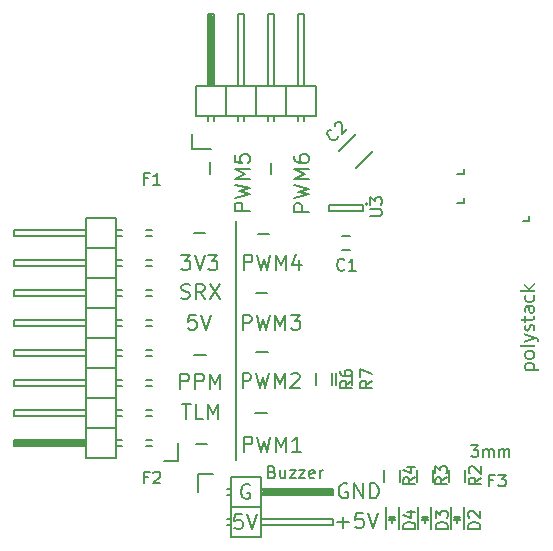
<source format=gto>
G04 #@! TF.FileFunction,Legend,Top*
%FSLAX46Y46*%
G04 Gerber Fmt 4.6, Leading zero omitted, Abs format (unit mm)*
G04 Created by KiCad (PCBNEW 4.0.1-stable) date Tuesday, April 12, 2016 'PMt' 11:02:27 PM*
%MOMM*%
G01*
G04 APERTURE LIST*
%ADD10C,0.100000*%
%ADD11C,0.200000*%
%ADD12C,0.150000*%
G04 APERTURE END LIST*
D10*
D11*
X140000000Y-98925000D02*
X140000000Y-119175000D01*
X141182619Y-121265000D02*
X141061667Y-121204524D01*
X140880238Y-121204524D01*
X140698810Y-121265000D01*
X140577857Y-121385952D01*
X140517381Y-121506905D01*
X140456905Y-121748810D01*
X140456905Y-121930238D01*
X140517381Y-122172143D01*
X140577857Y-122293095D01*
X140698810Y-122414048D01*
X140880238Y-122474524D01*
X141001190Y-122474524D01*
X141182619Y-122414048D01*
X141243095Y-122353571D01*
X141243095Y-121930238D01*
X141001190Y-121930238D01*
X140558096Y-123754524D02*
X139953334Y-123754524D01*
X139892858Y-124359286D01*
X139953334Y-124298810D01*
X140074286Y-124238333D01*
X140376667Y-124238333D01*
X140497620Y-124298810D01*
X140558096Y-124359286D01*
X140618572Y-124480238D01*
X140618572Y-124782619D01*
X140558096Y-124903571D01*
X140497620Y-124964048D01*
X140376667Y-125024524D01*
X140074286Y-125024524D01*
X139953334Y-124964048D01*
X139892858Y-124903571D01*
X140981429Y-123754524D02*
X141404763Y-125024524D01*
X141828096Y-123754524D01*
X149457381Y-121215000D02*
X149336429Y-121154524D01*
X149155000Y-121154524D01*
X148973572Y-121215000D01*
X148852619Y-121335952D01*
X148792143Y-121456905D01*
X148731667Y-121698810D01*
X148731667Y-121880238D01*
X148792143Y-122122143D01*
X148852619Y-122243095D01*
X148973572Y-122364048D01*
X149155000Y-122424524D01*
X149275952Y-122424524D01*
X149457381Y-122364048D01*
X149517857Y-122303571D01*
X149517857Y-121880238D01*
X149275952Y-121880238D01*
X150062143Y-122424524D02*
X150062143Y-121154524D01*
X150787857Y-122424524D01*
X150787857Y-121154524D01*
X151392619Y-122424524D02*
X151392619Y-121154524D01*
X151695000Y-121154524D01*
X151876428Y-121215000D01*
X151997381Y-121335952D01*
X152057857Y-121456905D01*
X152118333Y-121698810D01*
X152118333Y-121880238D01*
X152057857Y-122122143D01*
X151997381Y-122243095D01*
X151876428Y-122364048D01*
X151695000Y-122424524D01*
X151392619Y-122424524D01*
X148617143Y-124440714D02*
X149584762Y-124440714D01*
X149100952Y-124924524D02*
X149100952Y-123956905D01*
X150794286Y-123654524D02*
X150189524Y-123654524D01*
X150129048Y-124259286D01*
X150189524Y-124198810D01*
X150310476Y-124138333D01*
X150612857Y-124138333D01*
X150733810Y-124198810D01*
X150794286Y-124259286D01*
X150854762Y-124380238D01*
X150854762Y-124682619D01*
X150794286Y-124803571D01*
X150733810Y-124864048D01*
X150612857Y-124924524D01*
X150310476Y-124924524D01*
X150189524Y-124864048D01*
X150129048Y-124803571D01*
X151217619Y-123654524D02*
X151640953Y-124924524D01*
X152064286Y-123654524D01*
D12*
X143096429Y-120178571D02*
X143239286Y-120226190D01*
X143286905Y-120273810D01*
X143334524Y-120369048D01*
X143334524Y-120511905D01*
X143286905Y-120607143D01*
X143239286Y-120654762D01*
X143144048Y-120702381D01*
X142763095Y-120702381D01*
X142763095Y-119702381D01*
X143096429Y-119702381D01*
X143191667Y-119750000D01*
X143239286Y-119797619D01*
X143286905Y-119892857D01*
X143286905Y-119988095D01*
X143239286Y-120083333D01*
X143191667Y-120130952D01*
X143096429Y-120178571D01*
X142763095Y-120178571D01*
X144191667Y-120035714D02*
X144191667Y-120702381D01*
X143763095Y-120035714D02*
X143763095Y-120559524D01*
X143810714Y-120654762D01*
X143905952Y-120702381D01*
X144048810Y-120702381D01*
X144144048Y-120654762D01*
X144191667Y-120607143D01*
X144572619Y-120035714D02*
X145096429Y-120035714D01*
X144572619Y-120702381D01*
X145096429Y-120702381D01*
X145382143Y-120035714D02*
X145905953Y-120035714D01*
X145382143Y-120702381D01*
X145905953Y-120702381D01*
X146667858Y-120654762D02*
X146572620Y-120702381D01*
X146382143Y-120702381D01*
X146286905Y-120654762D01*
X146239286Y-120559524D01*
X146239286Y-120178571D01*
X146286905Y-120083333D01*
X146382143Y-120035714D01*
X146572620Y-120035714D01*
X146667858Y-120083333D01*
X146715477Y-120178571D01*
X146715477Y-120273810D01*
X146239286Y-120369048D01*
X147144048Y-120702381D02*
X147144048Y-120035714D01*
X147144048Y-120226190D02*
X147191667Y-120130952D01*
X147239286Y-120083333D01*
X147334524Y-120035714D01*
X147429763Y-120035714D01*
D11*
X143015714Y-94958809D02*
X143015714Y-93991190D01*
X137865714Y-94933809D02*
X137865714Y-93966190D01*
X141174524Y-98113810D02*
X139904524Y-98113810D01*
X139904524Y-97630001D01*
X139965000Y-97509048D01*
X140025476Y-97448572D01*
X140146429Y-97388096D01*
X140327857Y-97388096D01*
X140448810Y-97448572D01*
X140509286Y-97509048D01*
X140569762Y-97630001D01*
X140569762Y-98113810D01*
X139904524Y-96964762D02*
X141174524Y-96662381D01*
X140267381Y-96420477D01*
X141174524Y-96178572D01*
X139904524Y-95876191D01*
X141174524Y-95392381D02*
X139904524Y-95392381D01*
X140811667Y-94969048D01*
X139904524Y-94545714D01*
X141174524Y-94545714D01*
X139904524Y-93336190D02*
X139904524Y-93940952D01*
X140509286Y-94001428D01*
X140448810Y-93940952D01*
X140388333Y-93820000D01*
X140388333Y-93517619D01*
X140448810Y-93396666D01*
X140509286Y-93336190D01*
X140630238Y-93275714D01*
X140932619Y-93275714D01*
X141053571Y-93336190D01*
X141114048Y-93396666D01*
X141174524Y-93517619D01*
X141174524Y-93820000D01*
X141114048Y-93940952D01*
X141053571Y-94001428D01*
X146199524Y-98138810D02*
X144929524Y-98138810D01*
X144929524Y-97655001D01*
X144990000Y-97534048D01*
X145050476Y-97473572D01*
X145171429Y-97413096D01*
X145352857Y-97413096D01*
X145473810Y-97473572D01*
X145534286Y-97534048D01*
X145594762Y-97655001D01*
X145594762Y-98138810D01*
X144929524Y-96989762D02*
X146199524Y-96687381D01*
X145292381Y-96445477D01*
X146199524Y-96203572D01*
X144929524Y-95901191D01*
X146199524Y-95417381D02*
X144929524Y-95417381D01*
X145836667Y-94994048D01*
X144929524Y-94570714D01*
X146199524Y-94570714D01*
X144929524Y-93421666D02*
X144929524Y-93663571D01*
X144990000Y-93784523D01*
X145050476Y-93845000D01*
X145231905Y-93965952D01*
X145473810Y-94026428D01*
X145957619Y-94026428D01*
X146078571Y-93965952D01*
X146139048Y-93905476D01*
X146199524Y-93784523D01*
X146199524Y-93542619D01*
X146139048Y-93421666D01*
X146078571Y-93361190D01*
X145957619Y-93300714D01*
X145655238Y-93300714D01*
X145534286Y-93361190D01*
X145473810Y-93421666D01*
X145413333Y-93542619D01*
X145413333Y-93784523D01*
X145473810Y-93905476D01*
X145534286Y-93965952D01*
X145655238Y-94026428D01*
X140686190Y-118449524D02*
X140686190Y-117179524D01*
X141169999Y-117179524D01*
X141290952Y-117240000D01*
X141351428Y-117300476D01*
X141411904Y-117421429D01*
X141411904Y-117602857D01*
X141351428Y-117723810D01*
X141290952Y-117784286D01*
X141169999Y-117844762D01*
X140686190Y-117844762D01*
X141835238Y-117179524D02*
X142137619Y-118449524D01*
X142379523Y-117542381D01*
X142621428Y-118449524D01*
X142923809Y-117179524D01*
X143407619Y-118449524D02*
X143407619Y-117179524D01*
X143830952Y-118086667D01*
X144254286Y-117179524D01*
X144254286Y-118449524D01*
X145524286Y-118449524D02*
X144798572Y-118449524D01*
X145161429Y-118449524D02*
X145161429Y-117179524D01*
X145040477Y-117360952D01*
X144919524Y-117481905D01*
X144798572Y-117542381D01*
X141666191Y-115215714D02*
X142633810Y-115215714D01*
X140586190Y-113074524D02*
X140586190Y-111804524D01*
X141069999Y-111804524D01*
X141190952Y-111865000D01*
X141251428Y-111925476D01*
X141311904Y-112046429D01*
X141311904Y-112227857D01*
X141251428Y-112348810D01*
X141190952Y-112409286D01*
X141069999Y-112469762D01*
X140586190Y-112469762D01*
X141735238Y-111804524D02*
X142037619Y-113074524D01*
X142279523Y-112167381D01*
X142521428Y-113074524D01*
X142823809Y-111804524D01*
X143307619Y-113074524D02*
X143307619Y-111804524D01*
X143730952Y-112711667D01*
X144154286Y-111804524D01*
X144154286Y-113074524D01*
X144698572Y-111925476D02*
X144759048Y-111865000D01*
X144880000Y-111804524D01*
X145182381Y-111804524D01*
X145303334Y-111865000D01*
X145363810Y-111925476D01*
X145424286Y-112046429D01*
X145424286Y-112167381D01*
X145363810Y-112348810D01*
X144638096Y-113074524D01*
X145424286Y-113074524D01*
X141741191Y-110040714D02*
X142708810Y-110040714D01*
X140636190Y-108149524D02*
X140636190Y-106879524D01*
X141119999Y-106879524D01*
X141240952Y-106940000D01*
X141301428Y-107000476D01*
X141361904Y-107121429D01*
X141361904Y-107302857D01*
X141301428Y-107423810D01*
X141240952Y-107484286D01*
X141119999Y-107544762D01*
X140636190Y-107544762D01*
X141785238Y-106879524D02*
X142087619Y-108149524D01*
X142329523Y-107242381D01*
X142571428Y-108149524D01*
X142873809Y-106879524D01*
X143357619Y-108149524D02*
X143357619Y-106879524D01*
X143780952Y-107786667D01*
X144204286Y-106879524D01*
X144204286Y-108149524D01*
X144688096Y-106879524D02*
X145474286Y-106879524D01*
X145050953Y-107363333D01*
X145232381Y-107363333D01*
X145353334Y-107423810D01*
X145413810Y-107484286D01*
X145474286Y-107605238D01*
X145474286Y-107907619D01*
X145413810Y-108028571D01*
X145353334Y-108089048D01*
X145232381Y-108149524D01*
X144869524Y-108149524D01*
X144748572Y-108089048D01*
X144688096Y-108028571D01*
X141691191Y-104990714D02*
X142658810Y-104990714D01*
X140686190Y-103049524D02*
X140686190Y-101779524D01*
X141169999Y-101779524D01*
X141290952Y-101840000D01*
X141351428Y-101900476D01*
X141411904Y-102021429D01*
X141411904Y-102202857D01*
X141351428Y-102323810D01*
X141290952Y-102384286D01*
X141169999Y-102444762D01*
X140686190Y-102444762D01*
X141835238Y-101779524D02*
X142137619Y-103049524D01*
X142379523Y-102142381D01*
X142621428Y-103049524D01*
X142923809Y-101779524D01*
X143407619Y-103049524D02*
X143407619Y-101779524D01*
X143830952Y-102686667D01*
X144254286Y-101779524D01*
X144254286Y-103049524D01*
X145403334Y-102202857D02*
X145403334Y-103049524D01*
X145100953Y-101719048D02*
X144798572Y-102626190D01*
X145584762Y-102626190D01*
X141866191Y-100015714D02*
X142833810Y-100015714D01*
X136616191Y-117840714D02*
X137583810Y-117840714D01*
X135472381Y-114404524D02*
X136198096Y-114404524D01*
X135835239Y-115674524D02*
X135835239Y-114404524D01*
X137226191Y-115674524D02*
X136621429Y-115674524D01*
X136621429Y-114404524D01*
X137649524Y-115674524D02*
X137649524Y-114404524D01*
X138072857Y-115311667D01*
X138496191Y-114404524D01*
X138496191Y-115674524D01*
X135331667Y-113124524D02*
X135331667Y-111854524D01*
X135815476Y-111854524D01*
X135936429Y-111915000D01*
X135996905Y-111975476D01*
X136057381Y-112096429D01*
X136057381Y-112277857D01*
X135996905Y-112398810D01*
X135936429Y-112459286D01*
X135815476Y-112519762D01*
X135331667Y-112519762D01*
X136601667Y-113124524D02*
X136601667Y-111854524D01*
X137085476Y-111854524D01*
X137206429Y-111915000D01*
X137266905Y-111975476D01*
X137327381Y-112096429D01*
X137327381Y-112277857D01*
X137266905Y-112398810D01*
X137206429Y-112459286D01*
X137085476Y-112519762D01*
X136601667Y-112519762D01*
X137871667Y-113124524D02*
X137871667Y-111854524D01*
X138295000Y-112761667D01*
X138718334Y-111854524D01*
X138718334Y-113124524D01*
X136516191Y-110240714D02*
X137483810Y-110240714D01*
X136658096Y-106854524D02*
X136053334Y-106854524D01*
X135992858Y-107459286D01*
X136053334Y-107398810D01*
X136174286Y-107338333D01*
X136476667Y-107338333D01*
X136597620Y-107398810D01*
X136658096Y-107459286D01*
X136718572Y-107580238D01*
X136718572Y-107882619D01*
X136658096Y-108003571D01*
X136597620Y-108064048D01*
X136476667Y-108124524D01*
X136174286Y-108124524D01*
X136053334Y-108064048D01*
X135992858Y-108003571D01*
X137081429Y-106854524D02*
X137504763Y-108124524D01*
X137928096Y-106854524D01*
X135397381Y-105464048D02*
X135578809Y-105524524D01*
X135881190Y-105524524D01*
X136002143Y-105464048D01*
X136062619Y-105403571D01*
X136123095Y-105282619D01*
X136123095Y-105161667D01*
X136062619Y-105040714D01*
X136002143Y-104980238D01*
X135881190Y-104919762D01*
X135639286Y-104859286D01*
X135518333Y-104798810D01*
X135457857Y-104738333D01*
X135397381Y-104617381D01*
X135397381Y-104496429D01*
X135457857Y-104375476D01*
X135518333Y-104315000D01*
X135639286Y-104254524D01*
X135941666Y-104254524D01*
X136123095Y-104315000D01*
X137393095Y-105524524D02*
X136969762Y-104919762D01*
X136667381Y-105524524D02*
X136667381Y-104254524D01*
X137151190Y-104254524D01*
X137272143Y-104315000D01*
X137332619Y-104375476D01*
X137393095Y-104496429D01*
X137393095Y-104677857D01*
X137332619Y-104798810D01*
X137272143Y-104859286D01*
X137151190Y-104919762D01*
X136667381Y-104919762D01*
X137816429Y-104254524D02*
X138663095Y-105524524D01*
X138663095Y-104254524D02*
X137816429Y-105524524D01*
X135377620Y-101804524D02*
X136163810Y-101804524D01*
X135740477Y-102288333D01*
X135921905Y-102288333D01*
X136042858Y-102348810D01*
X136103334Y-102409286D01*
X136163810Y-102530238D01*
X136163810Y-102832619D01*
X136103334Y-102953571D01*
X136042858Y-103014048D01*
X135921905Y-103074524D01*
X135559048Y-103074524D01*
X135438096Y-103014048D01*
X135377620Y-102953571D01*
X136526667Y-101804524D02*
X136950001Y-103074524D01*
X137373334Y-101804524D01*
X137675715Y-101804524D02*
X138461905Y-101804524D01*
X138038572Y-102288333D01*
X138220000Y-102288333D01*
X138340953Y-102348810D01*
X138401429Y-102409286D01*
X138461905Y-102530238D01*
X138461905Y-102832619D01*
X138401429Y-102953571D01*
X138340953Y-103014048D01*
X138220000Y-103074524D01*
X137857143Y-103074524D01*
X137736191Y-103014048D01*
X137675715Y-102953571D01*
X136466191Y-99915714D02*
X137433810Y-99915714D01*
D12*
X159933334Y-117902381D02*
X160552382Y-117902381D01*
X160219048Y-118283333D01*
X160361906Y-118283333D01*
X160457144Y-118330952D01*
X160504763Y-118378571D01*
X160552382Y-118473810D01*
X160552382Y-118711905D01*
X160504763Y-118807143D01*
X160457144Y-118854762D01*
X160361906Y-118902381D01*
X160076191Y-118902381D01*
X159980953Y-118854762D01*
X159933334Y-118807143D01*
X160980953Y-118902381D02*
X160980953Y-118235714D01*
X160980953Y-118330952D02*
X161028572Y-118283333D01*
X161123810Y-118235714D01*
X161266668Y-118235714D01*
X161361906Y-118283333D01*
X161409525Y-118378571D01*
X161409525Y-118902381D01*
X161409525Y-118378571D02*
X161457144Y-118283333D01*
X161552382Y-118235714D01*
X161695239Y-118235714D01*
X161790477Y-118283333D01*
X161838096Y-118378571D01*
X161838096Y-118902381D01*
X162314286Y-118902381D02*
X162314286Y-118235714D01*
X162314286Y-118330952D02*
X162361905Y-118283333D01*
X162457143Y-118235714D01*
X162600001Y-118235714D01*
X162695239Y-118283333D01*
X162742858Y-118378571D01*
X162742858Y-118902381D01*
X162742858Y-118378571D02*
X162790477Y-118283333D01*
X162885715Y-118235714D01*
X163028572Y-118235714D01*
X163123810Y-118283333D01*
X163171429Y-118378571D01*
X163171429Y-118902381D01*
X158728660Y-94920560D02*
X159297620Y-94920560D01*
X159297620Y-94920560D02*
X159297620Y-94509080D01*
X164309620Y-98920560D02*
X164878580Y-98920560D01*
X164878580Y-98920560D02*
X164878580Y-98509080D01*
X158728660Y-97370560D02*
X159297620Y-97370560D01*
X159297620Y-97370560D02*
X159297620Y-96959080D01*
X149725000Y-101375000D02*
X149025000Y-101375000D01*
X149025000Y-100175000D02*
X149725000Y-100175000D01*
X150157322Y-91582323D02*
X148743109Y-92996536D01*
X150192678Y-94446105D02*
X151606891Y-93031892D01*
X158200000Y-123150000D02*
X158200000Y-125050000D01*
X159300000Y-123150000D02*
X159300000Y-125050000D01*
X158750000Y-124050000D02*
X158750000Y-124500000D01*
X159000000Y-124000000D02*
X158500000Y-124000000D01*
X158750000Y-124000000D02*
X159000000Y-124250000D01*
X159000000Y-124250000D02*
X158500000Y-124250000D01*
X158500000Y-124250000D02*
X158750000Y-124000000D01*
X155450000Y-123149300D02*
X155450000Y-125049300D01*
X156550000Y-123149300D02*
X156550000Y-125049300D01*
X156000000Y-124049300D02*
X156000000Y-124499300D01*
X156250000Y-123999300D02*
X155750000Y-123999300D01*
X156000000Y-123999300D02*
X156250000Y-124249300D01*
X156250000Y-124249300D02*
X155750000Y-124249300D01*
X155750000Y-124249300D02*
X156000000Y-123999300D01*
X152700000Y-123150000D02*
X152700000Y-125050000D01*
X153800000Y-123150000D02*
X153800000Y-125050000D01*
X153250000Y-124050000D02*
X153250000Y-124500000D01*
X153500000Y-124000000D02*
X153000000Y-124000000D01*
X153250000Y-124000000D02*
X153500000Y-124250000D01*
X153500000Y-124250000D02*
X153000000Y-124250000D01*
X153000000Y-124250000D02*
X153250000Y-124000000D01*
X132416000Y-99651000D02*
X132924000Y-99651000D01*
X132416000Y-100159000D02*
X132924000Y-100159000D01*
X132416000Y-105239000D02*
X132924000Y-105239000D01*
X132416000Y-104731000D02*
X132924000Y-104731000D01*
X132416000Y-102699000D02*
X132924000Y-102699000D01*
X132416000Y-102191000D02*
X132924000Y-102191000D01*
X132416000Y-107271000D02*
X132924000Y-107271000D01*
X132416000Y-107779000D02*
X132924000Y-107779000D01*
X132416000Y-109811000D02*
X132924000Y-109811000D01*
X132416000Y-110319000D02*
X132924000Y-110319000D01*
X132416000Y-117939000D02*
X132924000Y-117939000D01*
X132416000Y-117431000D02*
X132924000Y-117431000D01*
X132416000Y-112351000D02*
X132924000Y-112351000D01*
X132416000Y-112859000D02*
X132924000Y-112859000D01*
X132416000Y-114891000D02*
X132924000Y-114891000D01*
X132416000Y-115399000D02*
X132924000Y-115399000D01*
X129876000Y-102699000D02*
X130384000Y-102699000D01*
X129876000Y-102191000D02*
X130384000Y-102191000D01*
X129876000Y-100159000D02*
X130384000Y-100159000D01*
X129876000Y-99651000D02*
X130384000Y-99651000D01*
X129876000Y-104731000D02*
X130384000Y-104731000D01*
X129876000Y-105239000D02*
X130384000Y-105239000D01*
X129876000Y-107271000D02*
X130384000Y-107271000D01*
X129876000Y-107779000D02*
X130384000Y-107779000D01*
X129876000Y-117939000D02*
X130384000Y-117939000D01*
X129876000Y-117431000D02*
X130384000Y-117431000D01*
X129876000Y-115399000D02*
X130384000Y-115399000D01*
X129876000Y-114891000D02*
X130384000Y-114891000D01*
X129876000Y-109811000D02*
X130384000Y-109811000D01*
X129876000Y-110319000D02*
X130384000Y-110319000D01*
X129876000Y-112351000D02*
X130384000Y-112351000D01*
X129876000Y-112859000D02*
X130384000Y-112859000D01*
X133940000Y-119235000D02*
X135090000Y-119235000D01*
X135090000Y-119235000D02*
X135090000Y-117685000D01*
X127336000Y-117812000D02*
X121367000Y-117812000D01*
X121367000Y-117812000D02*
X121367000Y-117558000D01*
X121367000Y-117558000D02*
X127209000Y-117558000D01*
X127209000Y-117558000D02*
X127209000Y-117685000D01*
X127209000Y-117685000D02*
X121367000Y-117685000D01*
X129876000Y-108795000D02*
X127336000Y-108795000D01*
X129876000Y-108795000D02*
X129876000Y-106255000D01*
X129876000Y-106255000D02*
X127336000Y-106255000D01*
X127336000Y-107779000D02*
X121240000Y-107779000D01*
X121240000Y-107779000D02*
X121240000Y-107271000D01*
X121240000Y-107271000D02*
X127336000Y-107271000D01*
X127336000Y-106255000D02*
X127336000Y-108795000D01*
X127336000Y-103715000D02*
X127336000Y-106255000D01*
X121240000Y-104731000D02*
X127336000Y-104731000D01*
X121240000Y-105239000D02*
X121240000Y-104731000D01*
X127336000Y-105239000D02*
X121240000Y-105239000D01*
X129876000Y-103715000D02*
X127336000Y-103715000D01*
X129876000Y-106255000D02*
X129876000Y-103715000D01*
X129876000Y-106255000D02*
X127336000Y-106255000D01*
X129876000Y-101175000D02*
X127336000Y-101175000D01*
X129876000Y-101175000D02*
X129876000Y-98635000D01*
X129876000Y-98635000D02*
X127336000Y-98635000D01*
X127336000Y-100159000D02*
X121240000Y-100159000D01*
X121240000Y-100159000D02*
X121240000Y-99651000D01*
X121240000Y-99651000D02*
X127336000Y-99651000D01*
X127336000Y-98635000D02*
X127336000Y-101175000D01*
X127336000Y-101175000D02*
X127336000Y-103715000D01*
X121240000Y-102191000D02*
X127336000Y-102191000D01*
X121240000Y-102699000D02*
X121240000Y-102191000D01*
X127336000Y-102699000D02*
X121240000Y-102699000D01*
X129876000Y-101175000D02*
X127336000Y-101175000D01*
X129876000Y-103715000D02*
X129876000Y-101175000D01*
X129876000Y-103715000D02*
X127336000Y-103715000D01*
X129876000Y-113875000D02*
X127336000Y-113875000D01*
X129876000Y-113875000D02*
X129876000Y-111335000D01*
X129876000Y-111335000D02*
X127336000Y-111335000D01*
X127336000Y-112859000D02*
X121240000Y-112859000D01*
X121240000Y-112859000D02*
X121240000Y-112351000D01*
X121240000Y-112351000D02*
X127336000Y-112351000D01*
X127336000Y-111335000D02*
X127336000Y-113875000D01*
X127336000Y-108795000D02*
X127336000Y-111335000D01*
X121240000Y-109811000D02*
X127336000Y-109811000D01*
X121240000Y-110319000D02*
X121240000Y-109811000D01*
X127336000Y-110319000D02*
X121240000Y-110319000D01*
X129876000Y-108795000D02*
X127336000Y-108795000D01*
X129876000Y-111335000D02*
X129876000Y-108795000D01*
X129876000Y-111335000D02*
X127336000Y-111335000D01*
X129876000Y-116415000D02*
X127336000Y-116415000D01*
X129876000Y-116415000D02*
X129876000Y-113875000D01*
X129876000Y-113875000D02*
X127336000Y-113875000D01*
X127336000Y-115399000D02*
X121240000Y-115399000D01*
X121240000Y-115399000D02*
X121240000Y-114891000D01*
X121240000Y-114891000D02*
X127336000Y-114891000D01*
X127336000Y-113875000D02*
X127336000Y-116415000D01*
X127336000Y-116415000D02*
X127336000Y-118955000D01*
X121240000Y-117431000D02*
X127336000Y-117431000D01*
X121240000Y-117939000D02*
X121240000Y-117431000D01*
X127336000Y-117939000D02*
X121240000Y-117939000D01*
X129876000Y-116415000D02*
X127336000Y-116415000D01*
X129876000Y-118955000D02*
X129876000Y-116415000D01*
X129876000Y-118955000D02*
X127336000Y-118955000D01*
X136800000Y-120325000D02*
X136800000Y-121875000D01*
X138100000Y-120325000D02*
X136800000Y-120325000D01*
X142291000Y-121748000D02*
X148133000Y-121748000D01*
X148133000Y-121748000D02*
X148133000Y-122002000D01*
X148133000Y-122002000D02*
X142291000Y-122002000D01*
X142291000Y-122002000D02*
X142291000Y-121875000D01*
X142291000Y-121875000D02*
X148133000Y-121875000D01*
X139624000Y-121621000D02*
X139243000Y-121621000D01*
X139624000Y-122129000D02*
X139243000Y-122129000D01*
X139624000Y-124161000D02*
X139243000Y-124161000D01*
X139624000Y-124669000D02*
X139243000Y-124669000D01*
X139624000Y-120605000D02*
X142164000Y-120605000D01*
X139624000Y-123145000D02*
X142164000Y-123145000D01*
X139624000Y-123145000D02*
X139624000Y-125685000D01*
X139624000Y-125685000D02*
X142164000Y-125685000D01*
X142164000Y-124161000D02*
X148260000Y-124161000D01*
X148260000Y-124161000D02*
X148260000Y-124669000D01*
X148260000Y-124669000D02*
X142164000Y-124669000D01*
X142164000Y-125685000D02*
X142164000Y-123145000D01*
X142164000Y-123145000D02*
X142164000Y-120605000D01*
X148260000Y-122129000D02*
X142164000Y-122129000D01*
X148260000Y-121621000D02*
X148260000Y-122129000D01*
X142164000Y-121621000D02*
X148260000Y-121621000D01*
X139624000Y-123145000D02*
X142164000Y-123145000D01*
X139624000Y-120605000D02*
X139624000Y-123145000D01*
X159425000Y-120000000D02*
X159425000Y-121000000D01*
X158075000Y-121000000D02*
X158075000Y-120000000D01*
X156675000Y-120000000D02*
X156675000Y-121000000D01*
X155325000Y-121000000D02*
X155325000Y-120000000D01*
X153925000Y-120000000D02*
X153925000Y-121000000D01*
X152575000Y-121000000D02*
X152575000Y-120000000D01*
X151175000Y-97500000D02*
G75*
G03X151175000Y-97500000I-100000J0D01*
G01*
X150825000Y-98050000D02*
X150825000Y-97550000D01*
X147925000Y-98050000D02*
X150825000Y-98050000D01*
X147925000Y-97550000D02*
X147925000Y-98050000D01*
X150825000Y-97550000D02*
X147925000Y-97550000D01*
X136325000Y-92875000D02*
X137875000Y-92875000D01*
X136325000Y-91575000D02*
X136325000Y-92875000D01*
X137748000Y-87384000D02*
X137748000Y-81542000D01*
X137748000Y-81542000D02*
X138002000Y-81542000D01*
X138002000Y-81542000D02*
X138002000Y-87384000D01*
X138002000Y-87384000D02*
X137875000Y-87384000D01*
X137875000Y-87384000D02*
X137875000Y-81542000D01*
X137621000Y-90051000D02*
X137621000Y-90432000D01*
X138129000Y-90051000D02*
X138129000Y-90432000D01*
X140161000Y-90051000D02*
X140161000Y-90432000D01*
X140669000Y-90051000D02*
X140669000Y-90432000D01*
X142701000Y-90051000D02*
X142701000Y-90432000D01*
X143209000Y-90051000D02*
X143209000Y-90432000D01*
X145749000Y-90051000D02*
X145749000Y-90432000D01*
X145241000Y-90051000D02*
X145241000Y-90432000D01*
X136605000Y-90051000D02*
X136605000Y-87511000D01*
X139145000Y-90051000D02*
X139145000Y-87511000D01*
X139145000Y-90051000D02*
X141685000Y-90051000D01*
X141685000Y-90051000D02*
X141685000Y-87511000D01*
X140161000Y-87511000D02*
X140161000Y-81415000D01*
X140161000Y-81415000D02*
X140669000Y-81415000D01*
X140669000Y-81415000D02*
X140669000Y-87511000D01*
X141685000Y-87511000D02*
X139145000Y-87511000D01*
X139145000Y-87511000D02*
X136605000Y-87511000D01*
X138129000Y-81415000D02*
X138129000Y-87511000D01*
X137621000Y-81415000D02*
X138129000Y-81415000D01*
X137621000Y-87511000D02*
X137621000Y-81415000D01*
X139145000Y-90051000D02*
X139145000Y-87511000D01*
X136605000Y-90051000D02*
X139145000Y-90051000D01*
X144225000Y-90051000D02*
X144225000Y-87511000D01*
X144225000Y-90051000D02*
X146765000Y-90051000D01*
X146765000Y-90051000D02*
X146765000Y-87511000D01*
X145241000Y-87511000D02*
X145241000Y-81415000D01*
X145241000Y-81415000D02*
X145749000Y-81415000D01*
X145749000Y-81415000D02*
X145749000Y-87511000D01*
X146765000Y-87511000D02*
X144225000Y-87511000D01*
X144225000Y-87511000D02*
X141685000Y-87511000D01*
X143209000Y-81415000D02*
X143209000Y-87511000D01*
X142701000Y-81415000D02*
X143209000Y-81415000D01*
X142701000Y-87511000D02*
X142701000Y-81415000D01*
X144225000Y-90051000D02*
X144225000Y-87511000D01*
X141685000Y-90051000D02*
X144225000Y-90051000D01*
X141685000Y-90051000D02*
X141685000Y-87511000D01*
X146825000Y-112800000D02*
X146825000Y-111800000D01*
X148175000Y-111800000D02*
X148175000Y-112800000D01*
X148525000Y-112800000D02*
X148525000Y-111800000D01*
X149875000Y-111800000D02*
X149875000Y-112800000D01*
D10*
G36*
X165687579Y-111654438D02*
X164719203Y-111654438D01*
X164601191Y-111426039D01*
X164605263Y-111433186D01*
X164609616Y-111439900D01*
X164614249Y-111446181D01*
X164619164Y-111452029D01*
X164624359Y-111457444D01*
X164629835Y-111462425D01*
X164635592Y-111466973D01*
X164641630Y-111471089D01*
X164647948Y-111474771D01*
X164654548Y-111478019D01*
X164661428Y-111480835D01*
X164668589Y-111483217D01*
X164676031Y-111485167D01*
X164683754Y-111486683D01*
X164691757Y-111487766D01*
X164700041Y-111488415D01*
X164708607Y-111488632D01*
X165174275Y-111488632D01*
X165174263Y-111488632D01*
X165178169Y-111478231D01*
X165181852Y-111467803D01*
X165185312Y-111457347D01*
X165188548Y-111446865D01*
X165191562Y-111436355D01*
X165194352Y-111425818D01*
X165196919Y-111415254D01*
X165199263Y-111404662D01*
X165201383Y-111394043D01*
X165203281Y-111383398D01*
X165204955Y-111372724D01*
X165206406Y-111362024D01*
X165207633Y-111351296D01*
X165208638Y-111340542D01*
X165209419Y-111329760D01*
X165209977Y-111318950D01*
X165210312Y-111308114D01*
X165210423Y-111297250D01*
X165210293Y-111285110D01*
X165209900Y-111273383D01*
X165209246Y-111262070D01*
X165208330Y-111251171D01*
X165207153Y-111240686D01*
X165205714Y-111230614D01*
X165204013Y-111220956D01*
X165202051Y-111211712D01*
X165199827Y-111202882D01*
X165196875Y-111192988D01*
X165193318Y-111183149D01*
X165189155Y-111173364D01*
X165184387Y-111163635D01*
X165179013Y-111153962D01*
X165173034Y-111144343D01*
X165166449Y-111134779D01*
X165159259Y-111125271D01*
X165153529Y-111118529D01*
X165147244Y-111112093D01*
X165140406Y-111105963D01*
X165133015Y-111100139D01*
X165125069Y-111094622D01*
X165116570Y-111089410D01*
X165107517Y-111084505D01*
X165097911Y-111079905D01*
X165087751Y-111075612D01*
X165077037Y-111071625D01*
X165065769Y-111067945D01*
X165057035Y-111065330D01*
X165048004Y-111062896D01*
X165038674Y-111060642D01*
X165029047Y-111058568D01*
X165019122Y-111056675D01*
X165008899Y-111054962D01*
X164998378Y-111053430D01*
X164987559Y-111052077D01*
X164976442Y-111050905D01*
X164965027Y-111049914D01*
X164953315Y-111049102D01*
X164941304Y-111048471D01*
X164928996Y-111048020D01*
X164916390Y-111047750D01*
X164903486Y-111047660D01*
X164890510Y-111047739D01*
X164877815Y-111047977D01*
X164865404Y-111048373D01*
X164853275Y-111048928D01*
X164841428Y-111049641D01*
X164829863Y-111050512D01*
X164818581Y-111051542D01*
X164807582Y-111052731D01*
X164796864Y-111054078D01*
X164786430Y-111055584D01*
X164776277Y-111057247D01*
X164766407Y-111059070D01*
X164756820Y-111061051D01*
X164747515Y-111063190D01*
X164738492Y-111065488D01*
X164729752Y-111067945D01*
X164717395Y-111071618D01*
X164705666Y-111075583D01*
X164694564Y-111079840D01*
X164684089Y-111084388D01*
X164674242Y-111089228D01*
X164665021Y-111094359D01*
X164656428Y-111099782D01*
X164648462Y-111105496D01*
X164641123Y-111111502D01*
X164634411Y-111117800D01*
X164628326Y-111124389D01*
X164620705Y-111133636D01*
X164613718Y-111142855D01*
X164607364Y-111152046D01*
X164601645Y-111161210D01*
X164596560Y-111170347D01*
X164592109Y-111179455D01*
X164588292Y-111188537D01*
X164585109Y-111197590D01*
X164582428Y-111206796D01*
X164580105Y-111216332D01*
X164578138Y-111226198D01*
X164576530Y-111236396D01*
X164575279Y-111246924D01*
X164574385Y-111257783D01*
X164573849Y-111268973D01*
X164573670Y-111280493D01*
X164573810Y-111293705D01*
X164574231Y-111306483D01*
X164574934Y-111318829D01*
X164575916Y-111330741D01*
X164577180Y-111342220D01*
X164578725Y-111353266D01*
X164580550Y-111363879D01*
X164582656Y-111374058D01*
X164585043Y-111383805D01*
X164587711Y-111393118D01*
X164590660Y-111401998D01*
X164593889Y-111410445D01*
X164597400Y-111418458D01*
X164601191Y-111426039D01*
X164719203Y-111654438D01*
X164709526Y-111654291D01*
X164699898Y-111653850D01*
X164690319Y-111653115D01*
X164680788Y-111652086D01*
X164671307Y-111650763D01*
X164661874Y-111649146D01*
X164653252Y-111647310D01*
X164644019Y-111644826D01*
X164634174Y-111641694D01*
X164623716Y-111637915D01*
X164612647Y-111633487D01*
X164600966Y-111628411D01*
X164588674Y-111622688D01*
X164579005Y-111617603D01*
X164569598Y-111612148D01*
X164560452Y-111606323D01*
X164551568Y-111600127D01*
X164542945Y-111593562D01*
X164534583Y-111586626D01*
X164526483Y-111579320D01*
X164518644Y-111571644D01*
X164511066Y-111563597D01*
X164505546Y-111557166D01*
X164500162Y-111550221D01*
X164494912Y-111542761D01*
X164489797Y-111534787D01*
X164484817Y-111526298D01*
X164479972Y-111517295D01*
X164475262Y-111507778D01*
X164470687Y-111497745D01*
X164466247Y-111487199D01*
X164461942Y-111476138D01*
X164457772Y-111464562D01*
X164453737Y-111452472D01*
X164450746Y-111443119D01*
X164447948Y-111433579D01*
X164445344Y-111423854D01*
X164442932Y-111413942D01*
X164440713Y-111403845D01*
X164438687Y-111393561D01*
X164436854Y-111383092D01*
X164435214Y-111372436D01*
X164433767Y-111361594D01*
X164432513Y-111350566D01*
X164431451Y-111339353D01*
X164430583Y-111327953D01*
X164429908Y-111316367D01*
X164429425Y-111304595D01*
X164429136Y-111292637D01*
X164429040Y-111280493D01*
X164429148Y-111269355D01*
X164429474Y-111258281D01*
X164430016Y-111247273D01*
X164430776Y-111236331D01*
X164431753Y-111225453D01*
X164432946Y-111214641D01*
X164434357Y-111203895D01*
X164435985Y-111193213D01*
X164437830Y-111182597D01*
X164439611Y-111173712D01*
X164441757Y-111164696D01*
X164444269Y-111155549D01*
X164447146Y-111146270D01*
X164450389Y-111136860D01*
X164453997Y-111127319D01*
X164457970Y-111117647D01*
X164462309Y-111107843D01*
X164467014Y-111097909D01*
X164472083Y-111087843D01*
X164477519Y-111077646D01*
X164482793Y-111068202D01*
X164488324Y-111058978D01*
X164494113Y-111049975D01*
X164500158Y-111041192D01*
X164506460Y-111032630D01*
X164513020Y-111024288D01*
X164519836Y-111016167D01*
X164526910Y-111008266D01*
X164534241Y-111000586D01*
X164541828Y-110993126D01*
X164549673Y-110985887D01*
X164557775Y-110978868D01*
X164564541Y-110973404D01*
X164571668Y-110968065D01*
X164579155Y-110962852D01*
X164587003Y-110957764D01*
X164595212Y-110952802D01*
X164603781Y-110947965D01*
X164612711Y-110943253D01*
X164622001Y-110938667D01*
X164631652Y-110934206D01*
X164641664Y-110929871D01*
X164652036Y-110925661D01*
X164662769Y-110921577D01*
X164673863Y-110917618D01*
X164685317Y-110913785D01*
X164697131Y-110910076D01*
X164706585Y-110907184D01*
X164716196Y-110904448D01*
X164725962Y-110901868D01*
X164735886Y-110899444D01*
X164745965Y-110897177D01*
X164756201Y-110895066D01*
X164766593Y-110893112D01*
X164777142Y-110891314D01*
X164787847Y-110889672D01*
X164798709Y-110888187D01*
X164809726Y-110886858D01*
X164820900Y-110885685D01*
X164832231Y-110884669D01*
X164843718Y-110883809D01*
X164855361Y-110883105D01*
X164867161Y-110882558D01*
X164879117Y-110882167D01*
X164891229Y-110881932D01*
X164903498Y-110881854D01*
X164916177Y-110881938D01*
X164928681Y-110882190D01*
X164941008Y-110882610D01*
X164953160Y-110883198D01*
X164965135Y-110883954D01*
X164976934Y-110884878D01*
X164988558Y-110885970D01*
X165000005Y-110887230D01*
X165011276Y-110888658D01*
X165022372Y-110890254D01*
X165033291Y-110892018D01*
X165044034Y-110893950D01*
X165054602Y-110896049D01*
X165064993Y-110898317D01*
X165075208Y-110900753D01*
X165085248Y-110903357D01*
X165095111Y-110906129D01*
X165104798Y-110909069D01*
X165114309Y-110912176D01*
X165123645Y-110915452D01*
X165132804Y-110918896D01*
X165144411Y-110923526D01*
X165155638Y-110928377D01*
X165166487Y-110933448D01*
X165176957Y-110938740D01*
X165187048Y-110944252D01*
X165196760Y-110949984D01*
X165206093Y-110955938D01*
X165215047Y-110962111D01*
X165223623Y-110968505D01*
X165231819Y-110975120D01*
X165239636Y-110981955D01*
X165247075Y-110989010D01*
X165254134Y-110996287D01*
X165260815Y-111003783D01*
X165267116Y-111011500D01*
X165273039Y-111019438D01*
X165279459Y-111028648D01*
X165285618Y-111037886D01*
X165291517Y-111047151D01*
X165297154Y-111056443D01*
X165302531Y-111065762D01*
X165307647Y-111075108D01*
X165312502Y-111084481D01*
X165317096Y-111093881D01*
X165321429Y-111103308D01*
X165325502Y-111112762D01*
X165329313Y-111122243D01*
X165332864Y-111131750D01*
X165336154Y-111141285D01*
X165339183Y-111150847D01*
X165341855Y-111160369D01*
X165344330Y-111170034D01*
X165346606Y-111179843D01*
X165348684Y-111189797D01*
X165350565Y-111199894D01*
X165352247Y-111210136D01*
X165353732Y-111220521D01*
X165355019Y-111231050D01*
X165356107Y-111241724D01*
X165356998Y-111252541D01*
X165357691Y-111263502D01*
X165358186Y-111274608D01*
X165358483Y-111285857D01*
X165358582Y-111297250D01*
X165358500Y-111308299D01*
X165358255Y-111319299D01*
X165357847Y-111330249D01*
X165357275Y-111341151D01*
X165356540Y-111352004D01*
X165355642Y-111362808D01*
X165354581Y-111373563D01*
X165353356Y-111384269D01*
X165351968Y-111394925D01*
X165350417Y-111405533D01*
X165348702Y-111416092D01*
X165346824Y-111426602D01*
X165344783Y-111437063D01*
X165342578Y-111447475D01*
X165340210Y-111457837D01*
X165337679Y-111468151D01*
X165334984Y-111478416D01*
X165332127Y-111488632D01*
X165687555Y-111488632D01*
X165687555Y-111654438D01*
X165687579Y-111654438D01*
X165687579Y-111654438D01*
G37*
G36*
X165128421Y-110656958D02*
X164728018Y-110508792D01*
X164736317Y-110511141D01*
X164744899Y-110513339D01*
X164753763Y-110515386D01*
X164762910Y-110517280D01*
X164772339Y-110519024D01*
X164782051Y-110520615D01*
X164792046Y-110522055D01*
X164802323Y-110523344D01*
X164812882Y-110524481D01*
X164823724Y-110525466D01*
X164834848Y-110526300D01*
X164846255Y-110526982D01*
X164857945Y-110527512D01*
X164869916Y-110527891D01*
X164882171Y-110528119D01*
X164894708Y-110528194D01*
X164907248Y-110528119D01*
X164919513Y-110527891D01*
X164931502Y-110527512D01*
X164943215Y-110526982D01*
X164954653Y-110526300D01*
X164965815Y-110525466D01*
X164976702Y-110524481D01*
X164987313Y-110523344D01*
X164997648Y-110522055D01*
X165007708Y-110520615D01*
X165017492Y-110519024D01*
X165027000Y-110517280D01*
X165036233Y-110515386D01*
X165045190Y-110513339D01*
X165053871Y-110511141D01*
X165062277Y-110508792D01*
X165073866Y-110504943D01*
X165084902Y-110500774D01*
X165095383Y-110496284D01*
X165105311Y-110491473D01*
X165114685Y-110486342D01*
X165123505Y-110480890D01*
X165131771Y-110475117D01*
X165139483Y-110469024D01*
X165146641Y-110462610D01*
X165153245Y-110455875D01*
X165159295Y-110448819D01*
X165166088Y-110439989D01*
X165172358Y-110431137D01*
X165178105Y-110422263D01*
X165183331Y-110413367D01*
X165188033Y-110404450D01*
X165192214Y-110395511D01*
X165195872Y-110386550D01*
X165199008Y-110377567D01*
X165201621Y-110368562D01*
X165203845Y-110359340D01*
X165205807Y-110349704D01*
X165207508Y-110339654D01*
X165208947Y-110329191D01*
X165210124Y-110318313D01*
X165211040Y-110307022D01*
X165211694Y-110295318D01*
X165212087Y-110283199D01*
X165212218Y-110270667D01*
X165212087Y-110257949D01*
X165211694Y-110245667D01*
X165211040Y-110233821D01*
X165210124Y-110222410D01*
X165208947Y-110211435D01*
X165207508Y-110200895D01*
X165205807Y-110190791D01*
X165203845Y-110181122D01*
X165201621Y-110171889D01*
X165199005Y-110162884D01*
X165195868Y-110153902D01*
X165192209Y-110144941D01*
X165188028Y-110136001D01*
X165183325Y-110127084D01*
X165178100Y-110118188D01*
X165172354Y-110109314D01*
X165166085Y-110100462D01*
X165159295Y-110091632D01*
X165153245Y-110084584D01*
X165146641Y-110077871D01*
X165139483Y-110071493D01*
X165131771Y-110065451D01*
X165123505Y-110059743D01*
X165114685Y-110054372D01*
X165105311Y-110049335D01*
X165095383Y-110044634D01*
X165084902Y-110040268D01*
X165073866Y-110036237D01*
X165062277Y-110032542D01*
X165053871Y-110030085D01*
X165045190Y-110027787D01*
X165036233Y-110025648D01*
X165027000Y-110023667D01*
X165017492Y-110021845D01*
X165007708Y-110020181D01*
X164997648Y-110018675D01*
X164987313Y-110017328D01*
X164976702Y-110016140D01*
X164965815Y-110015109D01*
X164954653Y-110014238D01*
X164943215Y-110013525D01*
X164931502Y-110012970D01*
X164919513Y-110012574D01*
X164907248Y-110012336D01*
X164894708Y-110012257D01*
X164882171Y-110012336D01*
X164869916Y-110012574D01*
X164857945Y-110012970D01*
X164846255Y-110013525D01*
X164834848Y-110014238D01*
X164823724Y-110015109D01*
X164812882Y-110016140D01*
X164802323Y-110017328D01*
X164792046Y-110018675D01*
X164782051Y-110020181D01*
X164772339Y-110021845D01*
X164762910Y-110023667D01*
X164753763Y-110025648D01*
X164744899Y-110027787D01*
X164736317Y-110030085D01*
X164728018Y-110032542D01*
X164716276Y-110036237D01*
X164705102Y-110040268D01*
X164694497Y-110044634D01*
X164684460Y-110049335D01*
X164674992Y-110054372D01*
X164666092Y-110059743D01*
X164657761Y-110065451D01*
X164649998Y-110071493D01*
X164642804Y-110077871D01*
X164636178Y-110084584D01*
X164630120Y-110091632D01*
X164623328Y-110100462D01*
X164617058Y-110109314D01*
X164611310Y-110118188D01*
X164606085Y-110127084D01*
X164601382Y-110136001D01*
X164597202Y-110144941D01*
X164593543Y-110153902D01*
X164590408Y-110162884D01*
X164587794Y-110171889D01*
X164585571Y-110181122D01*
X164583608Y-110190791D01*
X164581908Y-110200895D01*
X164580469Y-110211435D01*
X164579291Y-110222410D01*
X164578375Y-110233821D01*
X164577721Y-110245667D01*
X164577329Y-110257949D01*
X164577198Y-110270667D01*
X164577329Y-110283199D01*
X164577721Y-110295318D01*
X164578375Y-110307022D01*
X164579291Y-110318313D01*
X164580469Y-110329191D01*
X164581908Y-110339654D01*
X164583608Y-110349704D01*
X164585571Y-110359340D01*
X164587794Y-110368562D01*
X164590410Y-110377567D01*
X164593548Y-110386550D01*
X164597207Y-110395511D01*
X164601388Y-110404450D01*
X164606091Y-110413367D01*
X164611316Y-110422263D01*
X164617062Y-110431137D01*
X164623330Y-110439989D01*
X164630120Y-110448819D01*
X164636178Y-110455875D01*
X164642804Y-110462610D01*
X164649998Y-110469024D01*
X164657761Y-110475117D01*
X164666092Y-110480890D01*
X164674992Y-110486342D01*
X164684460Y-110491473D01*
X164694497Y-110496284D01*
X164705102Y-110500774D01*
X164716276Y-110504943D01*
X164728018Y-110508792D01*
X165128421Y-110656958D01*
X165119596Y-110660328D01*
X165110601Y-110663540D01*
X165101433Y-110666596D01*
X165092095Y-110669495D01*
X165082585Y-110672237D01*
X165072904Y-110674823D01*
X165063052Y-110677252D01*
X165053028Y-110679524D01*
X165042833Y-110681640D01*
X165032467Y-110683599D01*
X165021929Y-110685401D01*
X165011220Y-110687046D01*
X165000340Y-110688535D01*
X164989288Y-110689867D01*
X164978065Y-110691043D01*
X164966671Y-110692061D01*
X164955105Y-110692923D01*
X164943368Y-110693628D01*
X164931460Y-110694177D01*
X164919381Y-110694569D01*
X164907130Y-110694804D01*
X164894708Y-110694882D01*
X164882287Y-110694804D01*
X164870042Y-110694569D01*
X164857972Y-110694177D01*
X164846076Y-110693628D01*
X164834356Y-110692923D01*
X164822810Y-110692061D01*
X164811439Y-110691043D01*
X164800244Y-110689867D01*
X164789223Y-110688535D01*
X164778377Y-110687046D01*
X164767706Y-110685401D01*
X164757210Y-110683599D01*
X164746889Y-110681640D01*
X164736743Y-110679524D01*
X164726772Y-110677252D01*
X164716976Y-110674823D01*
X164707355Y-110672237D01*
X164697909Y-110669495D01*
X164688638Y-110666596D01*
X164679541Y-110663540D01*
X164670620Y-110660328D01*
X164661874Y-110656958D01*
X164650732Y-110652402D01*
X164639927Y-110647657D01*
X164629457Y-110642722D01*
X164619322Y-110637598D01*
X164609523Y-110632285D01*
X164600060Y-110626783D01*
X164590932Y-110621092D01*
X164582140Y-110615211D01*
X164573683Y-110609141D01*
X164565562Y-110602882D01*
X164557776Y-110596434D01*
X164550326Y-110589796D01*
X164543212Y-110582970D01*
X164536433Y-110575954D01*
X164529990Y-110568749D01*
X164523882Y-110561354D01*
X164518110Y-110553771D01*
X164511451Y-110544434D01*
X164505080Y-110535070D01*
X164498996Y-110525679D01*
X164493201Y-110516261D01*
X164487693Y-110506816D01*
X164482474Y-110497344D01*
X164477543Y-110487845D01*
X164472899Y-110478320D01*
X164468544Y-110468767D01*
X164464477Y-110459187D01*
X164460697Y-110449580D01*
X164457206Y-110439946D01*
X164454003Y-110430285D01*
X164451088Y-110420597D01*
X164448294Y-110410707D01*
X164445708Y-110400690D01*
X164443328Y-110390548D01*
X164441156Y-110380280D01*
X164439190Y-110369885D01*
X164437431Y-110359365D01*
X164435879Y-110348719D01*
X164434534Y-110337946D01*
X164433396Y-110327048D01*
X164432465Y-110316024D01*
X164431741Y-110304874D01*
X164431224Y-110293597D01*
X164430913Y-110282195D01*
X164430810Y-110270667D01*
X164430913Y-110259021D01*
X164431224Y-110247520D01*
X164431741Y-110236163D01*
X164432465Y-110224950D01*
X164433396Y-110213880D01*
X164434534Y-110202955D01*
X164435879Y-110192174D01*
X164437431Y-110181536D01*
X164439190Y-110171043D01*
X164441156Y-110160694D01*
X164443328Y-110150488D01*
X164445708Y-110140427D01*
X164448294Y-110130510D01*
X164451088Y-110120736D01*
X164454003Y-110110927D01*
X164457206Y-110101153D01*
X164460697Y-110091416D01*
X164464477Y-110081715D01*
X164468544Y-110072049D01*
X164472899Y-110062420D01*
X164477543Y-110052826D01*
X164482474Y-110043269D01*
X164487693Y-110033748D01*
X164493201Y-110024262D01*
X164498996Y-110014813D01*
X164505080Y-110005399D01*
X164511451Y-109996022D01*
X164518110Y-109986681D01*
X164523882Y-109979097D01*
X164529990Y-109971703D01*
X164536433Y-109964498D01*
X164543212Y-109957482D01*
X164550326Y-109950655D01*
X164557776Y-109944018D01*
X164565562Y-109937569D01*
X164573683Y-109931310D01*
X164582140Y-109925240D01*
X164590932Y-109919360D01*
X164600060Y-109913668D01*
X164609523Y-109908166D01*
X164619322Y-109902853D01*
X164629457Y-109897729D01*
X164639927Y-109892795D01*
X164650732Y-109888049D01*
X164661874Y-109883493D01*
X164670620Y-109880124D01*
X164679541Y-109876911D01*
X164688638Y-109873855D01*
X164697909Y-109870956D01*
X164707355Y-109868214D01*
X164716976Y-109865628D01*
X164726772Y-109863199D01*
X164736743Y-109860927D01*
X164746889Y-109858811D01*
X164757210Y-109856853D01*
X164767706Y-109855050D01*
X164778377Y-109853405D01*
X164789223Y-109851916D01*
X164800244Y-109850584D01*
X164811439Y-109849409D01*
X164822810Y-109848390D01*
X164834356Y-109847528D01*
X164846076Y-109846823D01*
X164857972Y-109846275D01*
X164870042Y-109845883D01*
X164882287Y-109845648D01*
X164894708Y-109845569D01*
X164907130Y-109845648D01*
X164919381Y-109845883D01*
X164931460Y-109846275D01*
X164943368Y-109846823D01*
X164955105Y-109847528D01*
X164966671Y-109848390D01*
X164978065Y-109849409D01*
X164989288Y-109850584D01*
X165000340Y-109851916D01*
X165011220Y-109853405D01*
X165021929Y-109855050D01*
X165032467Y-109856853D01*
X165042833Y-109858811D01*
X165053028Y-109860927D01*
X165063052Y-109863199D01*
X165072904Y-109865628D01*
X165082585Y-109868214D01*
X165092095Y-109870956D01*
X165101433Y-109873855D01*
X165110601Y-109876911D01*
X165119596Y-109880124D01*
X165128421Y-109883493D01*
X165139462Y-109888049D01*
X165150173Y-109892795D01*
X165160555Y-109897729D01*
X165170607Y-109902853D01*
X165180329Y-109908166D01*
X165189722Y-109913668D01*
X165198786Y-109919360D01*
X165207520Y-109925240D01*
X165215924Y-109931310D01*
X165223999Y-109937569D01*
X165231744Y-109944018D01*
X165239159Y-109950655D01*
X165246245Y-109957482D01*
X165253001Y-109964498D01*
X165259428Y-109971703D01*
X165265525Y-109979097D01*
X165271293Y-109986681D01*
X165277957Y-109996022D01*
X165284342Y-110005399D01*
X165290448Y-110014813D01*
X165296275Y-110024262D01*
X165301824Y-110033748D01*
X165307093Y-110043269D01*
X165312084Y-110052826D01*
X165316795Y-110062420D01*
X165321228Y-110072049D01*
X165325381Y-110081715D01*
X165329256Y-110091416D01*
X165332852Y-110101153D01*
X165336169Y-110110927D01*
X165339207Y-110120736D01*
X165341879Y-110130510D01*
X165344354Y-110140427D01*
X165346630Y-110150488D01*
X165348708Y-110160694D01*
X165350589Y-110171043D01*
X165352272Y-110181536D01*
X165353756Y-110192174D01*
X165355043Y-110202955D01*
X165356131Y-110213880D01*
X165357022Y-110224950D01*
X165357715Y-110236163D01*
X165358210Y-110247520D01*
X165358507Y-110259021D01*
X165358606Y-110270667D01*
X165358507Y-110282195D01*
X165358210Y-110293597D01*
X165357715Y-110304874D01*
X165357022Y-110316024D01*
X165356131Y-110327048D01*
X165355043Y-110337946D01*
X165353756Y-110348719D01*
X165352272Y-110359365D01*
X165350589Y-110369885D01*
X165348708Y-110380280D01*
X165346630Y-110390548D01*
X165344354Y-110400690D01*
X165341879Y-110410707D01*
X165339207Y-110420597D01*
X165336169Y-110430285D01*
X165332852Y-110439946D01*
X165329256Y-110449580D01*
X165325381Y-110459187D01*
X165321228Y-110468767D01*
X165316795Y-110478320D01*
X165312084Y-110487845D01*
X165307093Y-110497344D01*
X165301824Y-110506816D01*
X165296275Y-110516261D01*
X165290448Y-110525679D01*
X165284342Y-110535070D01*
X165277957Y-110544434D01*
X165271293Y-110553771D01*
X165265525Y-110561354D01*
X165259428Y-110568749D01*
X165253001Y-110575954D01*
X165246245Y-110582970D01*
X165239159Y-110589796D01*
X165231744Y-110596434D01*
X165223999Y-110602882D01*
X165215924Y-110609141D01*
X165207520Y-110615211D01*
X165198786Y-110621092D01*
X165189722Y-110626783D01*
X165180329Y-110632285D01*
X165170607Y-110637598D01*
X165160555Y-110642722D01*
X165150173Y-110647657D01*
X165139462Y-110652402D01*
X165128421Y-110656958D01*
X165128421Y-110656958D01*
G37*
G36*
X165344493Y-109605681D02*
X164100078Y-109605681D01*
X164100078Y-109439875D01*
X165344493Y-109439875D01*
X165344493Y-109605681D01*
X165344493Y-109605681D01*
G37*
G36*
X164443152Y-109242319D02*
X164443152Y-109065049D01*
X165118715Y-108822514D01*
X164443152Y-108584389D01*
X164443152Y-108407118D01*
X165440632Y-108777535D01*
X165453126Y-108782276D01*
X165465312Y-108787121D01*
X165477189Y-108792070D01*
X165488757Y-108797123D01*
X165500018Y-108802280D01*
X165510969Y-108807541D01*
X165521612Y-108812905D01*
X165531947Y-108818374D01*
X165541973Y-108823946D01*
X165551690Y-108829622D01*
X165561099Y-108835403D01*
X165570200Y-108841287D01*
X165578992Y-108847274D01*
X165587476Y-108853366D01*
X165595651Y-108859562D01*
X165603517Y-108865861D01*
X165611075Y-108872265D01*
X165618325Y-108878772D01*
X165625266Y-108885383D01*
X165631899Y-108892098D01*
X165638223Y-108898917D01*
X165644238Y-108905840D01*
X165649946Y-108912867D01*
X165655344Y-108919997D01*
X165660434Y-108927232D01*
X165665216Y-108934570D01*
X165669689Y-108942012D01*
X165673854Y-108949558D01*
X165677710Y-108957208D01*
X165681258Y-108964962D01*
X165684497Y-108972820D01*
X165687428Y-108980782D01*
X165690050Y-108988847D01*
X165692364Y-108997017D01*
X165694369Y-109005290D01*
X165696065Y-109013667D01*
X165697454Y-109022148D01*
X165698533Y-109030733D01*
X165699305Y-109039422D01*
X165699767Y-109048215D01*
X165699922Y-109057111D01*
X165699922Y-109057990D01*
X165699824Y-109068028D01*
X165699530Y-109078152D01*
X165699040Y-109088362D01*
X165698354Y-109098658D01*
X165697472Y-109109039D01*
X165696393Y-109119506D01*
X165695119Y-109130058D01*
X165693649Y-109140697D01*
X165691983Y-109151421D01*
X165690121Y-109162231D01*
X165688063Y-109173127D01*
X165685809Y-109184108D01*
X165537639Y-109184108D01*
X165540329Y-109173410D01*
X165542755Y-109162836D01*
X165544916Y-109152385D01*
X165546813Y-109142057D01*
X165548446Y-109131853D01*
X165549814Y-109121772D01*
X165550918Y-109111815D01*
X165551757Y-109101982D01*
X165552332Y-109092271D01*
X165552642Y-109082685D01*
X165552411Y-109075265D01*
X165551717Y-109067942D01*
X165550561Y-109060715D01*
X165548942Y-109053584D01*
X165546860Y-109046549D01*
X165544316Y-109039610D01*
X165541310Y-109032768D01*
X165537841Y-109026021D01*
X165533909Y-109019370D01*
X165529515Y-109012815D01*
X165524658Y-109006356D01*
X165519338Y-108999994D01*
X165513556Y-108993727D01*
X165507312Y-108987556D01*
X165500605Y-108981482D01*
X165493435Y-108975503D01*
X165485803Y-108969620D01*
X165477709Y-108963834D01*
X165469151Y-108958143D01*
X165460132Y-108952549D01*
X165450649Y-108947050D01*
X165440704Y-108941648D01*
X165430297Y-108936342D01*
X165419427Y-108931131D01*
X165408094Y-108926017D01*
X165396299Y-108920999D01*
X165384042Y-108916077D01*
X165371321Y-108911250D01*
X165358139Y-108906520D01*
X165344493Y-108901886D01*
X164443152Y-109242317D01*
X164443152Y-109242319D01*
X164443152Y-109242319D01*
G37*
G36*
X164698034Y-108287174D02*
X164686917Y-108286975D01*
X164675968Y-108286380D01*
X164665186Y-108285388D01*
X164654571Y-108283999D01*
X164644125Y-108282213D01*
X164633845Y-108280030D01*
X164623734Y-108277450D01*
X164613790Y-108274474D01*
X164604014Y-108271100D01*
X164594405Y-108267330D01*
X164584964Y-108263163D01*
X164575691Y-108258599D01*
X164566585Y-108253638D01*
X164557647Y-108248280D01*
X164548876Y-108242525D01*
X164540274Y-108236374D01*
X164531838Y-108229825D01*
X164523571Y-108222880D01*
X164515470Y-108215538D01*
X164507538Y-108207799D01*
X164501384Y-108201244D01*
X164495481Y-108194421D01*
X164489829Y-108187330D01*
X164484428Y-108179971D01*
X164479279Y-108172344D01*
X164474380Y-108164449D01*
X164469733Y-108156286D01*
X164465337Y-108147855D01*
X164461193Y-108139155D01*
X164457299Y-108130187D01*
X164453657Y-108120952D01*
X164450266Y-108111448D01*
X164447126Y-108101676D01*
X164444237Y-108091636D01*
X164441599Y-108081328D01*
X164439213Y-108070752D01*
X164437078Y-108059907D01*
X164435194Y-108048795D01*
X164433561Y-108037414D01*
X164432180Y-108025765D01*
X164431049Y-108013848D01*
X164430170Y-108001664D01*
X164429542Y-107989210D01*
X164429165Y-107976489D01*
X164429040Y-107963500D01*
X164429151Y-107952847D01*
X164429486Y-107942207D01*
X164430045Y-107931580D01*
X164430827Y-107920967D01*
X164431832Y-107910367D01*
X164433061Y-107899780D01*
X164434513Y-107889207D01*
X164436188Y-107878647D01*
X164438087Y-107868100D01*
X164440209Y-107857567D01*
X164442555Y-107847047D01*
X164445124Y-107836540D01*
X164447916Y-107826047D01*
X164450932Y-107815567D01*
X164454171Y-107805100D01*
X164457634Y-107794647D01*
X164461320Y-107784207D01*
X164465229Y-107773780D01*
X164469362Y-107763367D01*
X164473718Y-107752967D01*
X164478298Y-107742580D01*
X164483101Y-107732207D01*
X164488127Y-107721847D01*
X164630999Y-107721847D01*
X164625999Y-107732989D01*
X164621242Y-107744070D01*
X164616729Y-107755091D01*
X164612460Y-107766052D01*
X164608435Y-107776954D01*
X164604654Y-107787795D01*
X164601116Y-107798576D01*
X164597823Y-107809298D01*
X164594774Y-107819959D01*
X164591969Y-107830560D01*
X164589407Y-107841102D01*
X164587090Y-107851583D01*
X164585016Y-107862004D01*
X164583187Y-107872366D01*
X164581601Y-107882667D01*
X164580259Y-107892908D01*
X164579162Y-107903090D01*
X164578308Y-107913211D01*
X164577698Y-107923273D01*
X164577332Y-107933274D01*
X164577210Y-107943215D01*
X164577369Y-107956232D01*
X164577844Y-107968757D01*
X164578636Y-107980790D01*
X164579746Y-107992333D01*
X164581172Y-108003385D01*
X164582915Y-108013945D01*
X164584975Y-108024014D01*
X164587352Y-108033592D01*
X164590046Y-108042679D01*
X164593057Y-108051275D01*
X164596385Y-108059379D01*
X164600030Y-108066992D01*
X164603992Y-108074114D01*
X164608271Y-108080745D01*
X164612866Y-108086885D01*
X164617779Y-108092534D01*
X164623008Y-108097691D01*
X164628555Y-108102357D01*
X164634418Y-108106532D01*
X164640599Y-108110216D01*
X164647096Y-108113409D01*
X164653910Y-108116110D01*
X164661042Y-108118321D01*
X164668490Y-108120040D01*
X164676255Y-108121268D01*
X164684337Y-108122004D01*
X164692736Y-108122250D01*
X164701013Y-108121662D01*
X164708984Y-108119898D01*
X164716650Y-108116958D01*
X164724012Y-108112843D01*
X164731068Y-108107551D01*
X164737819Y-108101083D01*
X164744266Y-108093440D01*
X164750407Y-108084620D01*
X164756243Y-108074625D01*
X164760689Y-108065806D01*
X164765048Y-108056665D01*
X164769320Y-108047205D01*
X164773504Y-108037423D01*
X164777600Y-108027321D01*
X164781609Y-108016898D01*
X164785530Y-108006154D01*
X164789363Y-107995090D01*
X164793109Y-107983705D01*
X164796768Y-107971999D01*
X164800339Y-107959972D01*
X164803240Y-107949660D01*
X164806246Y-107939348D01*
X164809356Y-107929036D01*
X164812571Y-107918724D01*
X164815890Y-107908412D01*
X164819314Y-107898100D01*
X164822842Y-107887788D01*
X164826475Y-107877476D01*
X164830212Y-107867165D01*
X164834053Y-107856853D01*
X164837999Y-107846541D01*
X164842050Y-107836229D01*
X164846205Y-107825917D01*
X164850173Y-107816319D01*
X164854519Y-107806928D01*
X164859243Y-107797744D01*
X164864346Y-107788767D01*
X164869826Y-107779997D01*
X164875684Y-107771434D01*
X164881920Y-107763078D01*
X164888534Y-107754929D01*
X164895526Y-107746987D01*
X164902895Y-107739252D01*
X164910643Y-107731724D01*
X164918769Y-107724403D01*
X164927273Y-107717289D01*
X164936155Y-107710382D01*
X164944210Y-107704508D01*
X164952500Y-107699013D01*
X164961023Y-107693897D01*
X164969781Y-107689160D01*
X164978773Y-107684802D01*
X164987999Y-107680823D01*
X164997460Y-107677223D01*
X165007154Y-107674002D01*
X165017083Y-107671159D01*
X165027246Y-107668696D01*
X165037642Y-107666612D01*
X165048274Y-107664907D01*
X165059139Y-107663580D01*
X165070238Y-107662633D01*
X165081572Y-107662064D01*
X165093139Y-107661875D01*
X165103913Y-107662080D01*
X165114536Y-107662695D01*
X165125009Y-107663720D01*
X165135333Y-107665156D01*
X165145506Y-107667001D01*
X165155530Y-107669257D01*
X165165404Y-107671923D01*
X165175127Y-107674998D01*
X165184701Y-107678484D01*
X165194125Y-107682380D01*
X165203399Y-107686686D01*
X165212523Y-107691402D01*
X165221498Y-107696529D01*
X165230322Y-107702065D01*
X165238996Y-107708012D01*
X165247521Y-107714368D01*
X165255895Y-107721135D01*
X165264120Y-107728312D01*
X165272195Y-107735899D01*
X165280119Y-107743896D01*
X165286041Y-107750338D01*
X165291730Y-107757047D01*
X165297187Y-107764021D01*
X165302411Y-107771262D01*
X165307404Y-107778769D01*
X165312164Y-107786542D01*
X165316692Y-107794582D01*
X165320988Y-107802887D01*
X165325052Y-107811458D01*
X165328883Y-107820296D01*
X165332482Y-107829400D01*
X165335849Y-107838770D01*
X165338984Y-107848406D01*
X165341887Y-107858309D01*
X165344557Y-107868477D01*
X165346995Y-107878912D01*
X165349201Y-107889612D01*
X165351175Y-107900579D01*
X165352917Y-107911812D01*
X165354426Y-107923311D01*
X165355703Y-107935077D01*
X165356748Y-107947108D01*
X165357561Y-107959406D01*
X165358141Y-107971970D01*
X165358490Y-107984800D01*
X165358606Y-107997896D01*
X165358506Y-108009420D01*
X165358205Y-108020852D01*
X165357704Y-108032190D01*
X165357003Y-108043435D01*
X165356101Y-108054587D01*
X165354999Y-108065646D01*
X165353697Y-108076612D01*
X165352194Y-108087484D01*
X165350491Y-108098264D01*
X165348587Y-108108950D01*
X165346483Y-108119543D01*
X165344179Y-108130044D01*
X165341675Y-108140450D01*
X165338970Y-108150764D01*
X165336064Y-108160985D01*
X165332958Y-108171113D01*
X165329652Y-108181147D01*
X165326146Y-108191088D01*
X165322439Y-108200936D01*
X165318532Y-108210691D01*
X165314424Y-108220353D01*
X165310116Y-108229922D01*
X165305608Y-108239398D01*
X165300899Y-108248780D01*
X165295990Y-108258069D01*
X165146062Y-108258069D01*
X165151459Y-108248269D01*
X165156626Y-108238416D01*
X165161564Y-108228511D01*
X165166272Y-108218553D01*
X165170751Y-108208544D01*
X165175000Y-108198483D01*
X165179019Y-108188370D01*
X165182808Y-108178204D01*
X165186368Y-108167987D01*
X165189698Y-108157718D01*
X165192799Y-108147396D01*
X165195670Y-108137023D01*
X165198311Y-108126597D01*
X165200722Y-108116119D01*
X165202904Y-108105590D01*
X165204856Y-108095008D01*
X165206579Y-108084374D01*
X165208072Y-108073688D01*
X165209335Y-108062950D01*
X165210368Y-108052160D01*
X165211172Y-108041318D01*
X165211746Y-108030424D01*
X165212091Y-108019477D01*
X165212206Y-108008479D01*
X165212206Y-108004951D01*
X165212023Y-107991899D01*
X165211475Y-107979338D01*
X165210562Y-107967267D01*
X165209284Y-107955687D01*
X165207640Y-107944598D01*
X165205631Y-107933999D01*
X165203257Y-107923890D01*
X165200518Y-107914273D01*
X165197414Y-107905145D01*
X165193944Y-107896508D01*
X165190109Y-107888362D01*
X165185909Y-107880706D01*
X165181343Y-107873541D01*
X165174825Y-107864828D01*
X165167972Y-107857031D01*
X165160784Y-107850152D01*
X165153261Y-107844190D01*
X165145402Y-107839145D01*
X165137209Y-107835018D01*
X165128681Y-107831808D01*
X165119818Y-107829515D01*
X165110620Y-107828139D01*
X165101087Y-107827680D01*
X165091165Y-107828074D01*
X165081608Y-107829255D01*
X165072416Y-107831223D01*
X165063588Y-107833978D01*
X165055125Y-107837520D01*
X165047027Y-107841850D01*
X165039293Y-107846966D01*
X165031924Y-107852870D01*
X165024919Y-107859561D01*
X165018279Y-107867040D01*
X165012004Y-107875305D01*
X165006382Y-107883243D01*
X165000981Y-107891474D01*
X164995801Y-107900000D01*
X164990840Y-107908819D01*
X164986100Y-107917933D01*
X164981581Y-107927340D01*
X164977282Y-107937041D01*
X164973204Y-107947037D01*
X164969345Y-107957326D01*
X164965708Y-107967909D01*
X164962290Y-107978787D01*
X164959094Y-107989958D01*
X164956086Y-108000406D01*
X164953038Y-108010853D01*
X164949947Y-108021301D01*
X164946816Y-108031749D01*
X164943642Y-108042196D01*
X164940427Y-108052644D01*
X164937170Y-108063091D01*
X164933872Y-108073539D01*
X164930532Y-108083987D01*
X164927150Y-108094434D01*
X164923727Y-108104882D01*
X164920262Y-108115330D01*
X164916756Y-108125777D01*
X164912914Y-108135975D01*
X164908718Y-108145942D01*
X164904167Y-108155680D01*
X164899261Y-108165188D01*
X164894001Y-108174467D01*
X164888385Y-108183516D01*
X164882416Y-108192336D01*
X164876091Y-108200925D01*
X164869412Y-108209286D01*
X164862378Y-108217416D01*
X164854990Y-108225317D01*
X164847246Y-108232988D01*
X164839148Y-108240430D01*
X164831717Y-108246455D01*
X164824002Y-108252064D01*
X164816006Y-108257258D01*
X164807727Y-108262036D01*
X164799167Y-108266399D01*
X164790324Y-108270346D01*
X164781198Y-108273877D01*
X164771791Y-108276994D01*
X164762101Y-108279694D01*
X164752129Y-108281980D01*
X164741874Y-108283849D01*
X164731338Y-108285303D01*
X164720519Y-108286342D01*
X164709418Y-108286965D01*
X164698034Y-108287173D01*
X164698034Y-108287174D01*
X164698034Y-108287174D01*
G37*
G36*
X164582496Y-107533111D02*
X164443152Y-107533111D01*
X164443152Y-107376125D01*
X164174158Y-107376125D01*
X164174158Y-107211201D01*
X164443152Y-107211201D01*
X164443152Y-106971312D01*
X164582496Y-106971312D01*
X164582496Y-107211201D01*
X165106373Y-107211201D01*
X165115775Y-107210926D01*
X165124741Y-107210101D01*
X165133268Y-107208725D01*
X165141359Y-107206799D01*
X165149012Y-107204323D01*
X165156228Y-107201296D01*
X165163006Y-107197719D01*
X165169348Y-107193592D01*
X165175252Y-107188914D01*
X165180718Y-107183686D01*
X165185747Y-107177908D01*
X165190339Y-107171579D01*
X165194494Y-107164701D01*
X165198211Y-107157272D01*
X165201491Y-107149292D01*
X165204334Y-107140762D01*
X165206739Y-107131682D01*
X165208707Y-107122052D01*
X165210238Y-107111871D01*
X165211331Y-107101140D01*
X165211987Y-107089859D01*
X165212206Y-107078028D01*
X165212206Y-107076264D01*
X165211941Y-107064102D01*
X165211147Y-107052310D01*
X165209825Y-107040889D01*
X165207973Y-107029838D01*
X165205592Y-107019158D01*
X165202682Y-107008848D01*
X165199242Y-106998908D01*
X165195274Y-106989339D01*
X165190777Y-106980140D01*
X165185750Y-106971312D01*
X165333921Y-106971312D01*
X165337864Y-106981602D01*
X165341463Y-106991891D01*
X165344721Y-107002180D01*
X165347635Y-107012470D01*
X165350206Y-107022759D01*
X165352435Y-107033048D01*
X165354320Y-107043338D01*
X165355863Y-107053627D01*
X165357063Y-107063916D01*
X165357920Y-107074206D01*
X165358434Y-107084495D01*
X165358606Y-107094784D01*
X165358606Y-107099194D01*
X165358444Y-107108607D01*
X165357957Y-107118201D01*
X165357146Y-107127974D01*
X165356011Y-107137928D01*
X165354551Y-107148061D01*
X165352767Y-107158374D01*
X165350658Y-107168868D01*
X165348708Y-107177284D01*
X165346387Y-107186071D01*
X165343697Y-107195228D01*
X165340638Y-107204755D01*
X165337208Y-107214653D01*
X165333410Y-107224920D01*
X165329241Y-107235558D01*
X165324704Y-107246566D01*
X165319796Y-107257944D01*
X165315189Y-107267099D01*
X165310027Y-107275962D01*
X165304312Y-107284534D01*
X165298043Y-107292814D01*
X165291220Y-107300802D01*
X165283842Y-107308499D01*
X165275912Y-107315905D01*
X165267427Y-107323018D01*
X165258388Y-107329841D01*
X165248795Y-107336372D01*
X165238649Y-107342611D01*
X165230194Y-107347227D01*
X165221460Y-107351502D01*
X165212447Y-107355435D01*
X165203155Y-107359026D01*
X165193585Y-107362274D01*
X165183735Y-107365181D01*
X165173607Y-107367746D01*
X165163199Y-107369969D01*
X165152513Y-107371850D01*
X165141548Y-107373389D01*
X165130303Y-107374586D01*
X165118780Y-107375441D01*
X165106978Y-107375954D01*
X165094897Y-107376125D01*
X164582484Y-107376125D01*
X164582484Y-107533111D01*
X164582496Y-107533111D01*
X164582496Y-107533111D01*
G37*
G36*
X165060507Y-106804625D02*
X165058713Y-106640584D01*
X165067872Y-106640385D01*
X165076750Y-106639787D01*
X165085346Y-106638791D01*
X165093660Y-106637396D01*
X165101692Y-106635603D01*
X165109442Y-106633412D01*
X165116911Y-106630822D01*
X165124097Y-106627833D01*
X165131002Y-106624447D01*
X165137625Y-106620661D01*
X165143966Y-106616477D01*
X165150026Y-106611895D01*
X165155803Y-106606915D01*
X165161299Y-106601535D01*
X165166513Y-106595758D01*
X165171445Y-106589582D01*
X165176095Y-106583007D01*
X165180463Y-106576034D01*
X165184550Y-106568663D01*
X165188355Y-106560893D01*
X165191878Y-106552725D01*
X165195119Y-106544158D01*
X165198078Y-106535193D01*
X165200755Y-106525829D01*
X165203151Y-106516067D01*
X165205265Y-106505906D01*
X165207096Y-106495347D01*
X165208647Y-106484390D01*
X165209915Y-106473034D01*
X165210901Y-106461279D01*
X165211606Y-106449127D01*
X165212028Y-106436575D01*
X165212169Y-106423626D01*
X165212169Y-106420980D01*
X165212026Y-106408392D01*
X165211594Y-106396203D01*
X165210875Y-106384414D01*
X165209868Y-106373024D01*
X165208574Y-106362034D01*
X165206992Y-106351444D01*
X165205122Y-106341254D01*
X165202964Y-106331463D01*
X165200519Y-106322071D01*
X165197787Y-106313080D01*
X165194766Y-106304488D01*
X165191458Y-106296295D01*
X165187863Y-106288502D01*
X165183979Y-106281109D01*
X165179808Y-106274116D01*
X165175350Y-106267522D01*
X165170603Y-106261327D01*
X165165569Y-106255533D01*
X165160248Y-106250138D01*
X165154638Y-106245142D01*
X165148741Y-106240547D01*
X165142557Y-106236351D01*
X165136085Y-106232554D01*
X165129325Y-106229157D01*
X165122277Y-106226160D01*
X165114942Y-106223562D01*
X165107319Y-106221364D01*
X165099409Y-106219566D01*
X165091210Y-106218167D01*
X165082725Y-106217168D01*
X165073951Y-106216569D01*
X165064890Y-106216369D01*
X164918478Y-106216369D01*
X164917014Y-106225827D01*
X164915649Y-106235556D01*
X164914384Y-106245554D01*
X164913219Y-106255823D01*
X164912153Y-106266361D01*
X164911186Y-106277169D01*
X164910320Y-106288247D01*
X164909552Y-106299596D01*
X164908884Y-106311214D01*
X164908316Y-106323102D01*
X164907847Y-106335260D01*
X164907478Y-106347689D01*
X164907208Y-106360387D01*
X164907038Y-106373355D01*
X164907183Y-106383758D01*
X164907618Y-106394306D01*
X164908343Y-106404997D01*
X164909358Y-106415832D01*
X164910663Y-106426812D01*
X164912258Y-106437935D01*
X164914143Y-106449202D01*
X164915803Y-106459221D01*
X164917714Y-106469432D01*
X164919875Y-106479836D01*
X164922286Y-106490433D01*
X164924947Y-106501223D01*
X164927859Y-106512206D01*
X164931021Y-106523382D01*
X164934433Y-106534751D01*
X164937797Y-106544746D01*
X164941619Y-106554350D01*
X164945899Y-106563561D01*
X164950635Y-106572381D01*
X164955829Y-106580808D01*
X164961480Y-106588843D01*
X164967589Y-106596487D01*
X164974155Y-106603739D01*
X164981178Y-106610598D01*
X164989529Y-106617626D01*
X164998265Y-106623717D01*
X165007388Y-106628871D01*
X165016896Y-106633088D01*
X165026789Y-106636367D01*
X165037069Y-106638710D01*
X165047734Y-106640116D01*
X165058785Y-106640584D01*
X165058713Y-106640584D01*
X165060507Y-106804625D01*
X165049439Y-106804429D01*
X165038576Y-106803841D01*
X165027919Y-106802861D01*
X165017466Y-106801489D01*
X165007219Y-106799725D01*
X164997176Y-106797569D01*
X164987339Y-106795022D01*
X164977707Y-106792082D01*
X164968280Y-106788750D01*
X164959058Y-106785026D01*
X164950042Y-106780910D01*
X164941230Y-106776403D01*
X164932624Y-106771503D01*
X164924222Y-106766211D01*
X164916026Y-106760528D01*
X164908035Y-106754452D01*
X164900249Y-106747984D01*
X164892668Y-106741125D01*
X164885293Y-106733873D01*
X164878122Y-106726230D01*
X164871157Y-106718194D01*
X164864396Y-106709767D01*
X164857841Y-106700947D01*
X164851491Y-106691736D01*
X164846519Y-106684115D01*
X164841715Y-106676304D01*
X164837080Y-106668303D01*
X164832613Y-106660111D01*
X164828315Y-106651730D01*
X164824185Y-106643159D01*
X164820224Y-106634397D01*
X164816432Y-106625445D01*
X164812808Y-106616303D01*
X164809352Y-106606971D01*
X164806066Y-106597449D01*
X164802947Y-106587737D01*
X164799998Y-106577835D01*
X164797217Y-106567742D01*
X164794604Y-106557460D01*
X164792160Y-106546987D01*
X164789884Y-106536325D01*
X164787777Y-106525472D01*
X164785839Y-106514429D01*
X164784069Y-106503196D01*
X164782468Y-106491773D01*
X164781035Y-106480160D01*
X164779771Y-106468356D01*
X164778676Y-106456363D01*
X164777749Y-106444179D01*
X164776990Y-106431805D01*
X164776400Y-106419242D01*
X164775979Y-106406488D01*
X164775726Y-106393544D01*
X164775642Y-106380410D01*
X164775689Y-106369144D01*
X164775830Y-106357926D01*
X164776065Y-106346755D01*
X164776395Y-106335630D01*
X164776819Y-106324553D01*
X164777337Y-106313523D01*
X164777949Y-106302540D01*
X164778656Y-106291604D01*
X164779456Y-106280715D01*
X164780351Y-106269873D01*
X164781340Y-106259078D01*
X164782423Y-106248330D01*
X164783601Y-106237629D01*
X164784872Y-106226975D01*
X164786238Y-106216368D01*
X164773076Y-106217171D01*
X164760360Y-106218333D01*
X164748089Y-106219856D01*
X164736264Y-106221739D01*
X164724884Y-106223982D01*
X164713950Y-106226585D01*
X164703461Y-106229549D01*
X164693418Y-106232872D01*
X164683820Y-106236555D01*
X164674668Y-106240599D01*
X164665961Y-106245002D01*
X164657700Y-106249766D01*
X164649884Y-106254890D01*
X164642514Y-106260374D01*
X164635589Y-106266218D01*
X164629110Y-106272422D01*
X164623076Y-106278986D01*
X164618015Y-106285130D01*
X164613227Y-106291680D01*
X164608713Y-106298636D01*
X164604472Y-106305997D01*
X164600505Y-106313763D01*
X164596812Y-106321935D01*
X164593392Y-106330513D01*
X164590246Y-106339496D01*
X164587373Y-106348884D01*
X164584774Y-106358679D01*
X164582449Y-106368878D01*
X164580397Y-106379484D01*
X164578618Y-106390495D01*
X164577114Y-106401911D01*
X164575883Y-106413733D01*
X164574925Y-106425960D01*
X164574241Y-106438594D01*
X164573831Y-106451632D01*
X164573694Y-106465076D01*
X164573779Y-106475305D01*
X164574034Y-106485589D01*
X164574459Y-106495931D01*
X164575054Y-106506329D01*
X164575819Y-106516784D01*
X164576755Y-106527296D01*
X164577860Y-106537864D01*
X164579135Y-106548489D01*
X164580580Y-106559171D01*
X164582196Y-106569909D01*
X164583981Y-106580704D01*
X164585937Y-106591556D01*
X164588062Y-106602465D01*
X164590358Y-106613430D01*
X164592823Y-106624452D01*
X164595459Y-106635530D01*
X164598264Y-106646665D01*
X164601240Y-106657857D01*
X164604386Y-106669106D01*
X164607701Y-106680411D01*
X164611187Y-106691773D01*
X164614843Y-106703191D01*
X164618669Y-106714667D01*
X164477555Y-106714667D01*
X164473752Y-106704409D01*
X164470105Y-106694098D01*
X164466612Y-106683734D01*
X164463275Y-106673315D01*
X164460094Y-106662844D01*
X164457067Y-106652318D01*
X164454196Y-106641739D01*
X164451479Y-106631106D01*
X164448919Y-106620420D01*
X164446513Y-106609680D01*
X164444262Y-106598886D01*
X164442167Y-106588039D01*
X164440227Y-106577138D01*
X164438442Y-106566184D01*
X164436812Y-106555176D01*
X164435338Y-106544114D01*
X164434018Y-106532999D01*
X164432854Y-106521830D01*
X164431845Y-106510607D01*
X164430992Y-106499331D01*
X164430293Y-106488001D01*
X164429750Y-106476618D01*
X164429362Y-106465181D01*
X164429129Y-106453690D01*
X164429052Y-106442146D01*
X164429160Y-106429717D01*
X164429487Y-106417479D01*
X164430031Y-106405430D01*
X164430792Y-106393572D01*
X164431771Y-106381904D01*
X164432968Y-106370426D01*
X164434382Y-106359138D01*
X164436013Y-106348040D01*
X164437862Y-106337133D01*
X164439929Y-106326415D01*
X164442213Y-106315888D01*
X164444715Y-106305550D01*
X164447435Y-106295403D01*
X164450371Y-106285446D01*
X164453526Y-106275679D01*
X164456898Y-106266102D01*
X164460488Y-106256715D01*
X164464295Y-106247518D01*
X164468319Y-106238512D01*
X164472562Y-106229695D01*
X164477021Y-106221069D01*
X164481699Y-106212633D01*
X164486593Y-106204386D01*
X164491706Y-106196330D01*
X164497036Y-106188464D01*
X164502583Y-106180788D01*
X164508348Y-106173303D01*
X164514331Y-106166007D01*
X164520531Y-106158902D01*
X164526949Y-106151986D01*
X164533742Y-106145052D01*
X164540738Y-106138362D01*
X164547937Y-106131914D01*
X164555340Y-106125710D01*
X164562946Y-106119749D01*
X164570756Y-106114032D01*
X164578769Y-106108558D01*
X164586986Y-106103327D01*
X164595406Y-106098340D01*
X164604030Y-106093595D01*
X164612856Y-106089094D01*
X164621887Y-106084837D01*
X164631121Y-106080822D01*
X164640558Y-106077051D01*
X164650199Y-106073523D01*
X164660043Y-106070239D01*
X164670090Y-106067198D01*
X164680341Y-106064400D01*
X164690795Y-106061845D01*
X164701453Y-106059534D01*
X164712315Y-106057466D01*
X164723379Y-106055641D01*
X164734647Y-106054060D01*
X164746119Y-106052722D01*
X164757794Y-106051627D01*
X164769672Y-106050775D01*
X164781754Y-106050167D01*
X164794039Y-106049802D01*
X164806528Y-106049680D01*
X165066696Y-106049680D01*
X165076398Y-106049852D01*
X165086099Y-106050366D01*
X165095801Y-106051224D01*
X165105502Y-106052424D01*
X165115203Y-106053968D01*
X165124905Y-106055854D01*
X165133311Y-106057708D01*
X165142401Y-106060246D01*
X165152174Y-106063468D01*
X165162631Y-106067374D01*
X165173772Y-106071963D01*
X165185597Y-106077237D01*
X165198105Y-106083194D01*
X165207960Y-106088094D01*
X165217532Y-106093386D01*
X165226821Y-106099069D01*
X165235827Y-106105145D01*
X165244549Y-106111613D01*
X165252987Y-106118472D01*
X165261143Y-106125724D01*
X165269015Y-106133367D01*
X165276603Y-106141403D01*
X165282127Y-106147834D01*
X165287529Y-106154779D01*
X165292808Y-106162239D01*
X165297965Y-106170213D01*
X165302999Y-106178702D01*
X165307911Y-106187705D01*
X165312701Y-106197222D01*
X165317368Y-106207255D01*
X165321912Y-106217801D01*
X165326335Y-106228862D01*
X165330634Y-106240438D01*
X165334812Y-106252528D01*
X165337695Y-106261878D01*
X165340391Y-106271407D01*
X165342902Y-106281115D01*
X165345227Y-106291003D01*
X165347366Y-106301069D01*
X165349319Y-106311315D01*
X165351086Y-106321740D01*
X165352666Y-106332344D01*
X165354061Y-106343127D01*
X165355270Y-106354089D01*
X165356293Y-106365231D01*
X165357130Y-106376551D01*
X165357781Y-106388051D01*
X165358246Y-106399730D01*
X165358525Y-106411588D01*
X165358618Y-106423625D01*
X165358521Y-106435986D01*
X165358232Y-106448154D01*
X165357750Y-106460129D01*
X165357075Y-106471911D01*
X165356207Y-106483501D01*
X165355147Y-106494897D01*
X165353893Y-106506101D01*
X165352447Y-106517111D01*
X165350807Y-106527929D01*
X165348975Y-106538553D01*
X165346950Y-106548985D01*
X165344733Y-106559224D01*
X165342322Y-106569270D01*
X165339718Y-106579123D01*
X165336922Y-106588783D01*
X165333933Y-106598250D01*
X165329613Y-106610487D01*
X165325183Y-106622209D01*
X165320644Y-106633417D01*
X165315994Y-106644111D01*
X165311234Y-106654290D01*
X165306364Y-106663955D01*
X165301384Y-106673105D01*
X165296294Y-106681741D01*
X165291094Y-106689862D01*
X165285784Y-106697469D01*
X165280363Y-106704561D01*
X165274833Y-106711139D01*
X165268007Y-106718574D01*
X165260934Y-106725709D01*
X165253614Y-106732544D01*
X165246047Y-106739079D01*
X165238233Y-106745314D01*
X165230172Y-106751250D01*
X165221863Y-106756885D01*
X165213308Y-106762221D01*
X165204505Y-106767257D01*
X165195456Y-106771993D01*
X165184240Y-106777243D01*
X165173521Y-106781970D01*
X165163297Y-106786173D01*
X165153570Y-106789852D01*
X165144338Y-106793008D01*
X165135602Y-106795640D01*
X165127362Y-106797749D01*
X165119619Y-106799333D01*
X165109645Y-106800950D01*
X165099721Y-106802273D01*
X165089846Y-106803302D01*
X165080021Y-106804037D01*
X165070245Y-106804479D01*
X165060519Y-106804626D01*
X165060507Y-106804625D01*
X165060507Y-106804625D01*
G37*
G36*
X165238661Y-105753347D02*
X165231720Y-105759507D01*
X165224607Y-105765489D01*
X165217321Y-105771291D01*
X165209862Y-105776916D01*
X165202231Y-105782361D01*
X165194426Y-105787629D01*
X165186449Y-105792717D01*
X165178299Y-105797627D01*
X165169977Y-105802359D01*
X165161481Y-105806912D01*
X165152813Y-105811286D01*
X165143972Y-105815482D01*
X165134958Y-105819500D01*
X165125771Y-105823338D01*
X165116412Y-105826999D01*
X165106880Y-105830480D01*
X165097175Y-105833783D01*
X165087297Y-105836908D01*
X165077246Y-105839854D01*
X165067023Y-105842622D01*
X165056627Y-105845211D01*
X165046058Y-105847621D01*
X165035316Y-105849853D01*
X165024401Y-105851906D01*
X165013314Y-105853781D01*
X165002054Y-105855477D01*
X164990621Y-105856995D01*
X164979015Y-105858334D01*
X164967237Y-105859494D01*
X164955286Y-105860476D01*
X164943162Y-105861280D01*
X164930865Y-105861905D01*
X164918395Y-105862351D01*
X164905753Y-105862619D01*
X164892938Y-105862708D01*
X164880123Y-105862619D01*
X164867483Y-105862351D01*
X164855017Y-105861905D01*
X164842725Y-105861280D01*
X164830608Y-105860476D01*
X164818665Y-105859494D01*
X164806896Y-105858334D01*
X164795301Y-105856995D01*
X164783880Y-105855477D01*
X164772634Y-105853781D01*
X164761562Y-105851906D01*
X164750664Y-105849853D01*
X164739941Y-105847621D01*
X164729391Y-105845211D01*
X164719016Y-105842622D01*
X164708815Y-105839854D01*
X164698789Y-105836908D01*
X164688936Y-105833783D01*
X164679258Y-105830480D01*
X164669754Y-105826999D01*
X164660425Y-105823338D01*
X164651269Y-105819500D01*
X164642288Y-105815482D01*
X164633481Y-105811286D01*
X164624849Y-105806912D01*
X164616390Y-105802359D01*
X164608106Y-105797627D01*
X164599996Y-105792717D01*
X164592061Y-105787629D01*
X164584299Y-105782361D01*
X164576712Y-105776916D01*
X164569299Y-105771291D01*
X164562060Y-105765489D01*
X164554996Y-105759507D01*
X164548106Y-105753347D01*
X164540999Y-105746631D01*
X164534111Y-105739738D01*
X164527441Y-105732669D01*
X164520991Y-105725423D01*
X164514759Y-105718001D01*
X164508745Y-105710402D01*
X164502950Y-105702626D01*
X164497374Y-105694674D01*
X164492017Y-105686545D01*
X164486878Y-105678240D01*
X164481958Y-105669758D01*
X164477256Y-105661100D01*
X164472774Y-105652265D01*
X164468510Y-105643254D01*
X164464464Y-105634066D01*
X164460638Y-105624702D01*
X164457029Y-105615161D01*
X164453640Y-105605443D01*
X164450469Y-105595549D01*
X164447517Y-105585478D01*
X164444784Y-105575231D01*
X164442269Y-105564807D01*
X164439973Y-105554207D01*
X164437896Y-105543430D01*
X164436037Y-105532476D01*
X164434397Y-105521346D01*
X164432976Y-105510040D01*
X164431773Y-105498557D01*
X164430789Y-105486897D01*
X164430024Y-105475061D01*
X164429477Y-105463048D01*
X164429149Y-105450859D01*
X164429040Y-105438493D01*
X164429120Y-105427502D01*
X164429361Y-105416542D01*
X164429764Y-105405613D01*
X164430327Y-105394715D01*
X164431051Y-105383848D01*
X164431935Y-105373012D01*
X164432981Y-105362207D01*
X164434188Y-105351433D01*
X164435555Y-105340690D01*
X164437083Y-105329979D01*
X164438772Y-105319298D01*
X164440623Y-105308648D01*
X164442633Y-105298030D01*
X164444805Y-105287442D01*
X164447138Y-105276885D01*
X164449632Y-105266360D01*
X164452286Y-105255866D01*
X164455101Y-105245402D01*
X164458077Y-105234970D01*
X164461214Y-105224569D01*
X164464512Y-105214198D01*
X164467971Y-105203859D01*
X164471591Y-105193551D01*
X164475371Y-105183274D01*
X164479313Y-105173028D01*
X164636298Y-105173028D01*
X164631476Y-105183248D01*
X164626860Y-105193478D01*
X164622449Y-105203717D01*
X164618243Y-105213965D01*
X164614242Y-105224222D01*
X164610447Y-105234488D01*
X164606856Y-105244764D01*
X164603471Y-105255049D01*
X164600291Y-105265342D01*
X164597316Y-105275646D01*
X164594546Y-105285958D01*
X164591982Y-105296279D01*
X164589623Y-105306610D01*
X164587468Y-105316950D01*
X164585519Y-105327299D01*
X164583775Y-105337657D01*
X164582237Y-105348025D01*
X164580903Y-105358401D01*
X164579775Y-105368787D01*
X164578851Y-105379182D01*
X164578133Y-105389586D01*
X164577620Y-105400000D01*
X164577313Y-105410422D01*
X164577210Y-105420854D01*
X164577210Y-105424382D01*
X164577371Y-105436683D01*
X164577854Y-105448715D01*
X164578658Y-105460478D01*
X164579785Y-105471972D01*
X164581233Y-105483197D01*
X164583004Y-105494153D01*
X164585096Y-105504840D01*
X164587510Y-105515258D01*
X164590246Y-105525407D01*
X164593303Y-105535287D01*
X164596683Y-105544898D01*
X164600385Y-105554240D01*
X164604408Y-105563313D01*
X164608753Y-105572117D01*
X164613420Y-105580652D01*
X164618409Y-105588918D01*
X164623720Y-105596915D01*
X164629353Y-105604643D01*
X164635307Y-105612102D01*
X164641584Y-105619292D01*
X164646653Y-105624615D01*
X164652090Y-105629729D01*
X164657895Y-105634635D01*
X164664067Y-105639331D01*
X164670608Y-105643819D01*
X164677516Y-105648099D01*
X164684793Y-105652169D01*
X164692437Y-105656031D01*
X164700449Y-105659684D01*
X164708829Y-105663128D01*
X164717576Y-105666364D01*
X164726692Y-105669391D01*
X164736176Y-105672209D01*
X164746027Y-105674818D01*
X164756246Y-105677218D01*
X164766833Y-105679410D01*
X164777788Y-105681393D01*
X164789111Y-105683168D01*
X164800802Y-105684733D01*
X164812861Y-105686090D01*
X164825287Y-105687238D01*
X164838082Y-105688178D01*
X164851244Y-105688908D01*
X164864774Y-105689430D01*
X164878672Y-105689743D01*
X164892938Y-105689848D01*
X164906078Y-105689757D01*
X164918920Y-105689487D01*
X164931464Y-105689036D01*
X164943710Y-105688405D01*
X164955658Y-105687594D01*
X164967308Y-105686602D01*
X164978660Y-105685430D01*
X164989714Y-105684078D01*
X165000470Y-105682545D01*
X165010928Y-105680832D01*
X165021088Y-105678939D01*
X165030950Y-105676865D01*
X165040515Y-105674611D01*
X165049781Y-105672177D01*
X165058749Y-105669563D01*
X165070338Y-105665554D01*
X165081374Y-105661224D01*
X165091855Y-105656574D01*
X165101783Y-105651603D01*
X165111157Y-105646312D01*
X165119977Y-105640699D01*
X165128242Y-105634766D01*
X165135954Y-105628512D01*
X165143113Y-105621938D01*
X165149717Y-105615043D01*
X165155767Y-105607827D01*
X165162560Y-105598615D01*
X165168830Y-105589404D01*
X165174577Y-105580192D01*
X165179802Y-105570981D01*
X165184505Y-105561770D01*
X165188686Y-105552558D01*
X165192344Y-105543347D01*
X165195480Y-105534135D01*
X165198093Y-105524924D01*
X165200106Y-105516298D01*
X165201908Y-105507356D01*
X165203497Y-105498095D01*
X165204875Y-105488517D01*
X165206040Y-105478622D01*
X165206994Y-105468409D01*
X165207736Y-105457879D01*
X165208266Y-105447031D01*
X165208583Y-105435865D01*
X165208689Y-105424382D01*
X165208590Y-105413592D01*
X165208291Y-105402830D01*
X165207794Y-105392095D01*
X165207097Y-105381387D01*
X165206201Y-105370708D01*
X165205106Y-105360055D01*
X165203812Y-105349431D01*
X165202319Y-105338834D01*
X165200627Y-105328264D01*
X165198736Y-105317722D01*
X165196646Y-105307208D01*
X165194357Y-105296721D01*
X165191869Y-105286261D01*
X165189181Y-105275830D01*
X165186295Y-105265426D01*
X165183210Y-105255049D01*
X165179925Y-105244700D01*
X165176442Y-105234378D01*
X165172759Y-105224084D01*
X165168877Y-105213818D01*
X165164796Y-105203579D01*
X165160517Y-105193368D01*
X165156038Y-105183184D01*
X165151360Y-105173028D01*
X165308345Y-105173028D01*
X165312286Y-105183274D01*
X165316067Y-105193551D01*
X165319686Y-105203859D01*
X165323145Y-105214199D01*
X165326443Y-105224569D01*
X165329580Y-105234970D01*
X165332556Y-105245403D01*
X165335372Y-105255866D01*
X165338026Y-105266360D01*
X165340520Y-105276886D01*
X165342852Y-105287442D01*
X165345024Y-105298030D01*
X165347035Y-105308649D01*
X165348885Y-105319298D01*
X165350574Y-105329979D01*
X165352102Y-105340691D01*
X165353470Y-105351433D01*
X165354676Y-105362207D01*
X165355722Y-105373012D01*
X165356607Y-105383848D01*
X165357331Y-105394715D01*
X165357894Y-105405613D01*
X165358296Y-105416542D01*
X165358537Y-105427502D01*
X165358618Y-105438493D01*
X165358508Y-105450859D01*
X165358177Y-105463049D01*
X165357627Y-105475061D01*
X165356856Y-105486897D01*
X165355864Y-105498557D01*
X165354653Y-105510040D01*
X165353221Y-105521347D01*
X165351569Y-105532477D01*
X165349696Y-105543430D01*
X165347604Y-105554207D01*
X165345291Y-105564807D01*
X165342757Y-105575231D01*
X165340004Y-105585478D01*
X165337030Y-105595549D01*
X165333836Y-105605443D01*
X165330421Y-105615161D01*
X165326787Y-105624702D01*
X165322932Y-105634066D01*
X165318856Y-105643254D01*
X165314561Y-105652266D01*
X165310045Y-105661101D01*
X165305309Y-105669759D01*
X165300352Y-105678241D01*
X165295176Y-105686546D01*
X165289779Y-105694674D01*
X165284162Y-105702626D01*
X165278324Y-105710402D01*
X165272266Y-105718001D01*
X165265988Y-105725423D01*
X165259490Y-105732669D01*
X165252771Y-105739739D01*
X165245832Y-105746631D01*
X165238673Y-105753348D01*
X165238661Y-105753347D01*
X165238661Y-105753347D01*
G37*
G36*
X165344493Y-104976354D02*
X164100078Y-104976354D01*
X164100078Y-104811430D01*
X164820629Y-104811430D01*
X164443152Y-104421611D01*
X164443152Y-104197597D01*
X164818858Y-104589180D01*
X165344493Y-104145562D01*
X165344493Y-104365167D01*
X164925570Y-104699423D01*
X165034052Y-104811430D01*
X165344493Y-104811430D01*
X165344493Y-104976354D01*
X165344493Y-104976354D01*
G37*
D12*
X149208334Y-103032143D02*
X149160715Y-103079762D01*
X149017858Y-103127381D01*
X148922620Y-103127381D01*
X148779762Y-103079762D01*
X148684524Y-102984524D01*
X148636905Y-102889286D01*
X148589286Y-102698810D01*
X148589286Y-102555952D01*
X148636905Y-102365476D01*
X148684524Y-102270238D01*
X148779762Y-102175000D01*
X148922620Y-102127381D01*
X149017858Y-102127381D01*
X149160715Y-102175000D01*
X149208334Y-102222619D01*
X150160715Y-103127381D02*
X149589286Y-103127381D01*
X149875000Y-103127381D02*
X149875000Y-102127381D01*
X149779762Y-102270238D01*
X149684524Y-102365476D01*
X149589286Y-102413095D01*
X148683342Y-91758257D02*
X148683342Y-91825600D01*
X148615998Y-91960287D01*
X148548655Y-92027631D01*
X148413967Y-92094975D01*
X148279280Y-92094975D01*
X148178265Y-92061303D01*
X148009907Y-91960288D01*
X147908891Y-91859272D01*
X147807876Y-91690913D01*
X147774204Y-91589898D01*
X147774204Y-91455211D01*
X147841548Y-91320524D01*
X147908891Y-91253180D01*
X148043578Y-91185837D01*
X148110922Y-91185837D01*
X148380295Y-90916463D02*
X148380295Y-90849120D01*
X148413967Y-90748105D01*
X148582326Y-90579745D01*
X148683342Y-90546074D01*
X148750685Y-90546074D01*
X148851700Y-90579745D01*
X148919044Y-90647089D01*
X148986387Y-90781776D01*
X148986387Y-91589898D01*
X149424120Y-91152165D01*
X160702381Y-124988095D02*
X159702381Y-124988095D01*
X159702381Y-124750000D01*
X159750000Y-124607142D01*
X159845238Y-124511904D01*
X159940476Y-124464285D01*
X160130952Y-124416666D01*
X160273810Y-124416666D01*
X160464286Y-124464285D01*
X160559524Y-124511904D01*
X160654762Y-124607142D01*
X160702381Y-124750000D01*
X160702381Y-124988095D01*
X159797619Y-124035714D02*
X159750000Y-123988095D01*
X159702381Y-123892857D01*
X159702381Y-123654761D01*
X159750000Y-123559523D01*
X159797619Y-123511904D01*
X159892857Y-123464285D01*
X159988095Y-123464285D01*
X160130952Y-123511904D01*
X160702381Y-124083333D01*
X160702381Y-123464285D01*
X157952381Y-124987395D02*
X156952381Y-124987395D01*
X156952381Y-124749300D01*
X157000000Y-124606442D01*
X157095238Y-124511204D01*
X157190476Y-124463585D01*
X157380952Y-124415966D01*
X157523810Y-124415966D01*
X157714286Y-124463585D01*
X157809524Y-124511204D01*
X157904762Y-124606442D01*
X157952381Y-124749300D01*
X157952381Y-124987395D01*
X156952381Y-124082633D02*
X156952381Y-123463585D01*
X157333333Y-123796919D01*
X157333333Y-123654061D01*
X157380952Y-123558823D01*
X157428571Y-123511204D01*
X157523810Y-123463585D01*
X157761905Y-123463585D01*
X157857143Y-123511204D01*
X157904762Y-123558823D01*
X157952381Y-123654061D01*
X157952381Y-123939776D01*
X157904762Y-124035014D01*
X157857143Y-124082633D01*
X155202381Y-124988095D02*
X154202381Y-124988095D01*
X154202381Y-124750000D01*
X154250000Y-124607142D01*
X154345238Y-124511904D01*
X154440476Y-124464285D01*
X154630952Y-124416666D01*
X154773810Y-124416666D01*
X154964286Y-124464285D01*
X155059524Y-124511904D01*
X155154762Y-124607142D01*
X155202381Y-124750000D01*
X155202381Y-124988095D01*
X154535714Y-123559523D02*
X155202381Y-123559523D01*
X154154762Y-123797619D02*
X154869048Y-124035714D01*
X154869048Y-123416666D01*
X160752381Y-120666666D02*
X160276190Y-121000000D01*
X160752381Y-121238095D02*
X159752381Y-121238095D01*
X159752381Y-120857142D01*
X159800000Y-120761904D01*
X159847619Y-120714285D01*
X159942857Y-120666666D01*
X160085714Y-120666666D01*
X160180952Y-120714285D01*
X160228571Y-120761904D01*
X160276190Y-120857142D01*
X160276190Y-121238095D01*
X159847619Y-120285714D02*
X159800000Y-120238095D01*
X159752381Y-120142857D01*
X159752381Y-119904761D01*
X159800000Y-119809523D01*
X159847619Y-119761904D01*
X159942857Y-119714285D01*
X160038095Y-119714285D01*
X160180952Y-119761904D01*
X160752381Y-120333333D01*
X160752381Y-119714285D01*
X157902381Y-120641666D02*
X157426190Y-120975000D01*
X157902381Y-121213095D02*
X156902381Y-121213095D01*
X156902381Y-120832142D01*
X156950000Y-120736904D01*
X156997619Y-120689285D01*
X157092857Y-120641666D01*
X157235714Y-120641666D01*
X157330952Y-120689285D01*
X157378571Y-120736904D01*
X157426190Y-120832142D01*
X157426190Y-121213095D01*
X156902381Y-120308333D02*
X156902381Y-119689285D01*
X157283333Y-120022619D01*
X157283333Y-119879761D01*
X157330952Y-119784523D01*
X157378571Y-119736904D01*
X157473810Y-119689285D01*
X157711905Y-119689285D01*
X157807143Y-119736904D01*
X157854762Y-119784523D01*
X157902381Y-119879761D01*
X157902381Y-120165476D01*
X157854762Y-120260714D01*
X157807143Y-120308333D01*
X155177381Y-120641666D02*
X154701190Y-120975000D01*
X155177381Y-121213095D02*
X154177381Y-121213095D01*
X154177381Y-120832142D01*
X154225000Y-120736904D01*
X154272619Y-120689285D01*
X154367857Y-120641666D01*
X154510714Y-120641666D01*
X154605952Y-120689285D01*
X154653571Y-120736904D01*
X154701190Y-120832142D01*
X154701190Y-121213095D01*
X154510714Y-119784523D02*
X155177381Y-119784523D01*
X154129762Y-120022619D02*
X154844048Y-120260714D01*
X154844048Y-119641666D01*
X151377381Y-98511905D02*
X152186905Y-98511905D01*
X152282143Y-98464286D01*
X152329762Y-98416667D01*
X152377381Y-98321429D01*
X152377381Y-98130952D01*
X152329762Y-98035714D01*
X152282143Y-97988095D01*
X152186905Y-97940476D01*
X151377381Y-97940476D01*
X151377381Y-97559524D02*
X151377381Y-96940476D01*
X151758333Y-97273810D01*
X151758333Y-97130952D01*
X151805952Y-97035714D01*
X151853571Y-96988095D01*
X151948810Y-96940476D01*
X152186905Y-96940476D01*
X152282143Y-96988095D01*
X152329762Y-97035714D01*
X152377381Y-97130952D01*
X152377381Y-97416667D01*
X152329762Y-97511905D01*
X152282143Y-97559524D01*
X149852381Y-112466666D02*
X149376190Y-112800000D01*
X149852381Y-113038095D02*
X148852381Y-113038095D01*
X148852381Y-112657142D01*
X148900000Y-112561904D01*
X148947619Y-112514285D01*
X149042857Y-112466666D01*
X149185714Y-112466666D01*
X149280952Y-112514285D01*
X149328571Y-112561904D01*
X149376190Y-112657142D01*
X149376190Y-113038095D01*
X148852381Y-111609523D02*
X148852381Y-111800000D01*
X148900000Y-111895238D01*
X148947619Y-111942857D01*
X149090476Y-112038095D01*
X149280952Y-112085714D01*
X149661905Y-112085714D01*
X149757143Y-112038095D01*
X149804762Y-111990476D01*
X149852381Y-111895238D01*
X149852381Y-111704761D01*
X149804762Y-111609523D01*
X149757143Y-111561904D01*
X149661905Y-111514285D01*
X149423810Y-111514285D01*
X149328571Y-111561904D01*
X149280952Y-111609523D01*
X149233333Y-111704761D01*
X149233333Y-111895238D01*
X149280952Y-111990476D01*
X149328571Y-112038095D01*
X149423810Y-112085714D01*
X151552381Y-112466666D02*
X151076190Y-112800000D01*
X151552381Y-113038095D02*
X150552381Y-113038095D01*
X150552381Y-112657142D01*
X150600000Y-112561904D01*
X150647619Y-112514285D01*
X150742857Y-112466666D01*
X150885714Y-112466666D01*
X150980952Y-112514285D01*
X151028571Y-112561904D01*
X151076190Y-112657142D01*
X151076190Y-113038095D01*
X150552381Y-112133333D02*
X150552381Y-111466666D01*
X151552381Y-111895238D01*
X132566667Y-120628571D02*
X132233333Y-120628571D01*
X132233333Y-121152381D02*
X132233333Y-120152381D01*
X132709524Y-120152381D01*
X133042857Y-120247619D02*
X133090476Y-120200000D01*
X133185714Y-120152381D01*
X133423810Y-120152381D01*
X133519048Y-120200000D01*
X133566667Y-120247619D01*
X133614286Y-120342857D01*
X133614286Y-120438095D01*
X133566667Y-120580952D01*
X132995238Y-121152381D01*
X133614286Y-121152381D01*
X161816667Y-120878571D02*
X161483333Y-120878571D01*
X161483333Y-121402381D02*
X161483333Y-120402381D01*
X161959524Y-120402381D01*
X162245238Y-120402381D02*
X162864286Y-120402381D01*
X162530952Y-120783333D01*
X162673810Y-120783333D01*
X162769048Y-120830952D01*
X162816667Y-120878571D01*
X162864286Y-120973810D01*
X162864286Y-121211905D01*
X162816667Y-121307143D01*
X162769048Y-121354762D01*
X162673810Y-121402381D01*
X162388095Y-121402381D01*
X162292857Y-121354762D01*
X162245238Y-121307143D01*
X132566667Y-95328571D02*
X132233333Y-95328571D01*
X132233333Y-95852381D02*
X132233333Y-94852381D01*
X132709524Y-94852381D01*
X133614286Y-95852381D02*
X133042857Y-95852381D01*
X133328571Y-95852381D02*
X133328571Y-94852381D01*
X133233333Y-94995238D01*
X133138095Y-95090476D01*
X133042857Y-95138095D01*
M02*

</source>
